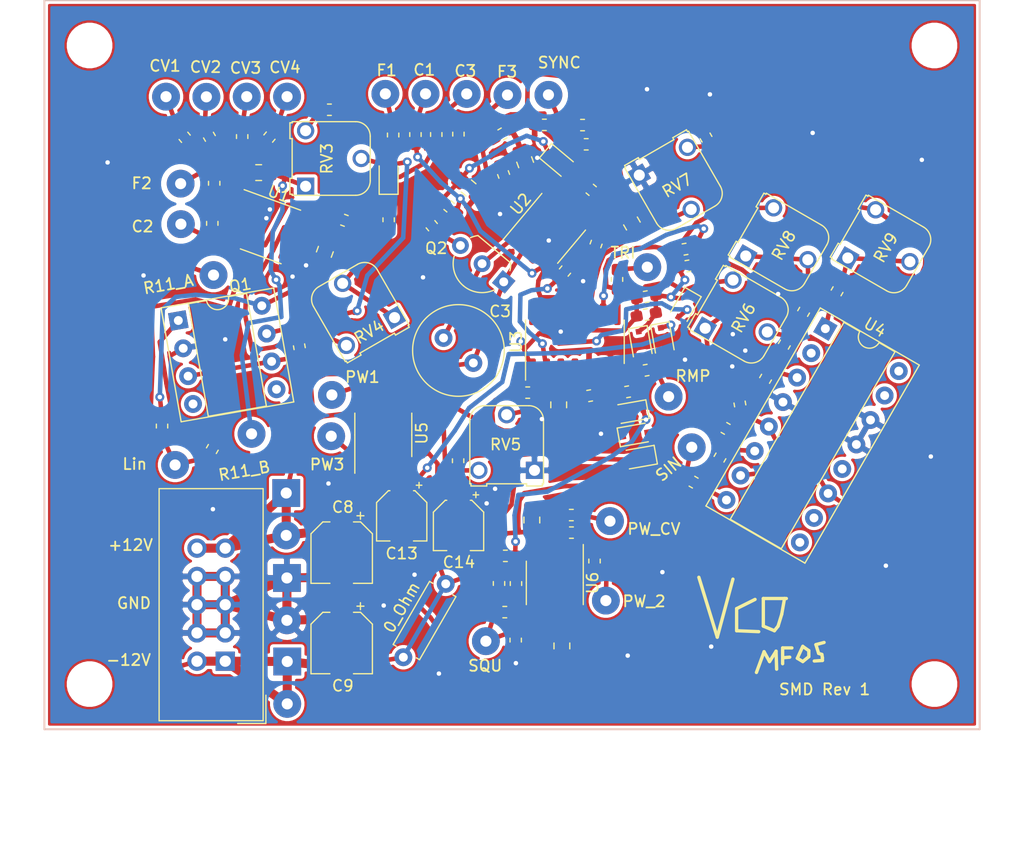
<source format=kicad_pcb>
(kicad_pcb (version 20171130) (host pcbnew "(5.1.2-1)-1")
  (title_block (title "VCO 1V/OCT") (comment 1 "Designed by: Ray Wilson") (comment 2 "Layout by: Mason Mann"))
  (layers (0 F.Cu signal) (31 B.Cu signal) (34 B.Paste user hide) (35 F.Paste user hide) (36 B.SilkS user hide) (37 F.SilkS user) (38 B.Mask user hide) (39 F.Mask user hide) (44 Edge.Cuts user))
  (net 0 "")
  (net 1 "Net-(C1-Pad2)")
  (net 2 "Net-(C1-Pad1)")
  (net 3 "Net-(C2-Pad1)")
  (net 4 "Net-(C2-Pad2)")
  (net 5 RAW)
  (net 6 "Net-(C4-Pad1)")
  (net 7 "Net-(C4-Pad2)")
  (net 8 "Net-(C5-Pad1)")
  (net 9 Earth)
  (net 10 "Net-(C6-Pad1)")
  (net 11 "Net-(C6-Pad2)")
  (net 12 +12V)
  (net 13 -12V)
  (net 14 "Net-(C10-Pad1)")
  (net 15 "Net-(C11-Pad1)")
  (net 16 "Net-(C12-Pad1)")
  (net 17 "Net-(C13-Pad1)")
  (net 18 "Net-(C14-Pad2)")
  (net 19 "Net-(C15-Pad2)")
  (net 20 "Net-(C15-Pad1)")
  (net 21 "Net-(D1-Pad1)")
  (net 22 "Net-(D1-Pad2)")
  (net 23 "Net-(D3-Pad2)")
  (net 24 "Net-(D4-Pad2)")
  (net 25 "Net-(D5-Pad2)")
  (net 26 "Net-(D7-Pad2)")
  (net 27 "Net-(Q1-Pad3)")
  (net 28 "Net-(R12-Pad1)")
  (net 29 "Net-(R15-Pad1)")
  (net 30 "Net-(R22-Pad1)")
  (net 31 "Net-(R26-Pad1)")
  (net 32 "Net-(R27-Pad1)")
  (net 33 "Net-(R29-Pad2)")
  (net 34 "Net-(R31-Pad2)")
  (net 35 "Net-(R31-Pad1)")
  (net 36 "Net-(R34-Pad1)")
  (net 37 "Net-(R35-Pad2)")
  (net 38 "Net-(R36-Pad1)")
  (net 39 "Net-(R38-Pad1)")
  (net 40 "Net-(R38-Pad2)")
  (net 41 "Net-(R39-Pad2)")
  (net 42 "Net-(R40-Pad2)")
  (net 43 "Net-(R43-Pad2)")
  (net 44 "Net-(R47-Pad1)")
  (net 45 "Net-(U3-Pad13)")
  (net 46 "Net-(U4-Pad9)")
  (net 47 "Net-(U4-Pad2)")
  (net 48 "Net-(U4-Pad10)")
  (net 49 "Net-(U4-Pad12)")
  (net 50 "Net-(U4-Pad15)")
  (net 51 "Net-(U4-Pad16)")
  (net 52 "Net-(U6-Pad1)")
  (net 53 "Net-(U6-Pad5)")
  (net 54 "Net-(U6-Pad8)")
  (net 55 "Net-(J1-Pad1)")
  (net 56 "Net-(J2-Pad1)")
  (net 57 "Net-(J3-Pad1)")
  (net 58 "Net-(J4-Pad1)")
  (net 59 "Net-(J7-Pad1)")
  (net 60 "Net-(J8-Pad1)")
  (net 61 "Net-(J9-Pad1)")
  (net 62 "Net-(J11-Pad1)")
  (net 63 "Net-(J5-Pad1)")
  (net 64 "Net-(J10-Pad1)")
  (net 65 "Net-(J12-Pad1)")
  (net 66 "Net-(J13-Pad1)")
  (net 67 "Net-(J14-Pad1)")
  (net 68 "Net-(J15-Pad1)")
  (net 69 "Net-(J16-Pad1)")
  (net 70 "Net-(J17-Pad1)")
  (net 71 "Net-(J18-Pad1)")
  (net 72 "Net-(J19-Pad1)")
  (net 73 "Net-(J20-Pad1)")
  (net 74 "Net-(Q2-Pad3)")
  (net 75 "Net-(C3-Pad2)")
  (module MountingHole:MountingHole_3.5mm (layer F.Cu) (at 91.948 73.406)
    (fp_text reference REF** hide)
    (fp_text value MountingHole_3.5mm)
    (pad 1 np_thru_hole circle (at 0 0) (size 3.5 3.5) (drill 3.5) (layers *.Cu *.Mask))
  )
  (module MountingHole:MountingHole_3.5mm (layer F.Cu) (at 16.002 73.406)
    (fp_text reference REF** hide)
    (fp_text value MountingHole_3.5mm)
    (pad 1 np_thru_hole circle (at 0 0) (size 3.5 3.5) (drill 3.5) (layers *.Cu *.Mask))
  )
  (module MountingHole:MountingHole_3.5mm (layer F.Cu) (at 91.948 16.002)
    (fp_text reference REF** hide)
    (fp_text value MountingHole_3.5mm)
    (pad 1 np_thru_hole circle (at 0 0) (size 3.5 3.5) (drill 3.5) (layers *.Cu *.Mask))
  )
  (module MountingHole:MountingHole_3.5mm (layer F.Cu) (at 16.002 16.002)
    (fp_text reference REF** hide)
    (fp_text value MountingHole_3.5mm)
    (pad 1 np_thru_hole circle (at 0 0) (size 3.5 3.5) (drill 3.5) (layers *.Cu *.Mask))
  )
  (module Resistor_THT:R_Axial_DIN0207_L6.3mm_D2.5mm_P7.62mm_Horizontal (layer F.Cu) (at 44.20616 70.99554 60)
    (fp_text reference 0_Ohm (at 3.81 -2.37 60) (layer F.SilkS))
    (fp_text value R_Axial_DIN0207_L6.3mm_D2.5mm_P7.62mm_Horizontal)
    (pad 2 thru_hole oval (at 7.62 0 60) (size 1.6 1.6) (drill 0.8) (layers *.Cu *.Mask) (net 13 -12V))
    (pad 1 thru_hole circle (at 0 0 60) (size 1.6 1.6) (drill 0.8) (layers *.Cu *.Mask) (net 13 -12V))
  )
  (module Connector_IDC:IDC-Header_2x05_P2.54mm_Vertical (layer F.Cu) (at 28.19654 71.3486 180)
    (fp_text reference J26 hide)
    (fp_text value Conn_01x10_Female)
    (pad 10 thru_hole oval (at 2.54 10.16 180) (size 1.7272 1.7272) (drill 1.016) (layers *.Cu *.Mask) (net 12 +12V))
    (pad 9 thru_hole oval (at 0 10.16 180) (size 1.7272 1.7272) (drill 1.016) (layers *.Cu *.Mask) (net 12 +12V))
    (pad 8 thru_hole oval (at 2.54 7.62 180) (size 1.7272 1.7272) (drill 1.016) (layers *.Cu *.Mask) (net 9 Earth))
    (pad 7 thru_hole oval (at 0 7.62 180) (size 1.7272 1.7272) (drill 1.016) (layers *.Cu *.Mask) (net 9 Earth))
    (pad 6 thru_hole oval (at 2.54 5.08 180) (size 1.7272 1.7272) (drill 1.016) (layers *.Cu *.Mask) (net 9 Earth))
    (pad 5 thru_hole oval (at 0 5.08 180) (size 1.7272 1.7272) (drill 1.016) (layers *.Cu *.Mask) (net 9 Earth))
    (pad 4 thru_hole oval (at 2.54 2.54 180) (size 1.7272 1.7272) (drill 1.016) (layers *.Cu *.Mask) (net 9 Earth))
    (pad 3 thru_hole oval (at 0 2.54 180) (size 1.7272 1.7272) (drill 1.016) (layers *.Cu *.Mask) (net 9 Earth))
    (pad 2 thru_hole oval (at 2.54 0 180) (size 1.7272 1.7272) (drill 1.016) (layers *.Cu *.Mask) (net 13 -12V))
    (pad 1 thru_hole rect (at 0 0 180) (size 1.7272 1.7272) (drill 1.016) (layers *.Cu *.Mask) (net 13 -12V))
  )
  (module Resistor_SMD:R_0603_1608Metric_Pad1.05x0.95mm_HandSolder (layer F.Cu) (at 61.5315 33.85058 250)
    (fp_text reference R21 hide)
    (fp_text value 10K)
    (pad 2 smd roundrect (at 0.875 0 250) (size 1.05 0.95) (layers F.Cu F.Paste F.Mask) (net 5 RAW))
    (pad 1 smd roundrect (at -0.875 0 250) (size 1.05 0.95) (layers F.Cu F.Paste F.Mask) (net 10 "Net-(C6-Pad1)"))
  )
  (module Resistor_SMD:R_0603_1608Metric_Pad1.05x0.95mm_HandSolder (layer F.Cu) (at 34.858789 43.083625 280)
    (fp_text reference R16 hide)
    (fp_text value 10K)
    (pad 2 smd roundrect (at 0.875 0 280) (size 1.05 0.95) (layers F.Cu F.Paste F.Mask) (net 27 "Net-(Q1-Pad3)"))
    (pad 1 smd roundrect (at -0.875 0 280) (size 1.05 0.95) (layers F.Cu F.Paste F.Mask) (net 4 "Net-(C2-Pad2)"))
  )
  (module Package_DIP:DIP-8_W7.62mm_Socket (layer F.Cu) (at 23.978029 40.724013 10)
    (fp_text reference Q1 (at 6.02683 -2.148587 10) (layer F.SilkS))
    (fp_text value SSM2210)
    (pad 8 thru_hole oval (at 7.62 0 10) (size 1.6 1.6) (drill 0.8) (layers *.Cu *.Mask) (net 3 "Net-(C2-Pad1)"))
    (pad 4 thru_hole oval (at 0 7.62 10) (size 1.6 1.6) (drill 0.8) (layers *.Cu *.Mask))
    (pad 7 thru_hole oval (at 7.62 2.54 10) (size 1.6 1.6) (drill 0.8) (layers *.Cu *.Mask) (net 22 "Net-(D1-Pad2)"))
    (pad 3 thru_hole oval (at 0 5.08 10) (size 1.6 1.6) (drill 0.8) (layers *.Cu *.Mask) (net 27 "Net-(Q1-Pad3)"))
    (pad 6 thru_hole oval (at 7.62 5.08 10) (size 1.6 1.6) (drill 0.8) (layers *.Cu *.Mask) (net 27 "Net-(Q1-Pad3)"))
    (pad 2 thru_hole oval (at 0 2.54 10) (size 1.6 1.6) (drill 0.8) (layers *.Cu *.Mask) (net 9 Earth))
    (pad 5 thru_hole oval (at 7.62 7.62 10) (size 1.6 1.6) (drill 0.8) (layers *.Cu *.Mask))
    (pad 1 thru_hole rect (at 0 0 10) (size 1.6 1.6) (drill 0.8) (layers *.Cu *.Mask) (net 75 "Net-(C3-Pad2)"))
  )
  (module Connector_Wire:SolderWirePad_1x01_Drill1mm (layer F.Cu) (at 30.56128 50.9143 10)
    (fp_text reference J25 hide)
    (fp_text value R11_out)
    (pad 1 thru_hole circle (at 0 0 10) (size 2.49936 2.49936) (drill 1.00076) (layers *.Cu *.Mask) (net 2 "Net-(C1-Pad1)"))
  )
  (module Connector_Wire:SolderWirePad_1x01_Drill1mm (layer F.Cu) (at 27.143287 36.639603 10)
    (fp_text reference J24 hide)
    (fp_text value R11_inv)
    (pad 1 thru_hole circle (at 0 0 10) (size 2.49936 2.49936) (drill 1.00076) (layers *.Cu *.Mask) (net 1 "Net-(C1-Pad2)"))
  )
  (module Potentiometer_THT:Potentiometer_Runtron_RM-065_Vertical (layer F.Cu) (at 43.413636 40.46232 210)
    (fp_text reference RV4 (at 2.620737 0.017423 30) (layer F.SilkS))
    (fp_text value 100K)
    (pad 2 thru_hole circle (at 2.5 5 210) (size 1.55 1.55) (drill 1) (layers *.Cu *.Mask) (net 29 "Net-(R15-Pad1)"))
    (pad 1 thru_hole rect (at 0 0 210) (size 1.55 1.55) (drill 1) (layers *.Cu *.Mask) (net 29 "Net-(R15-Pad1)"))
    (pad 3 thru_hole circle (at 5 0 210) (size 1.55 1.55) (drill 1) (layers *.Cu *.Mask) (net 4 "Net-(C2-Pad2)"))
  )
  (module Capacitor_SMD:C_0805_2012Metric_Pad1.15x1.40mm_HandSolder (layer F.Cu) (at 37.15004 34.55162 70)
    (fp_text reference C2 hide)
    (fp_text value 100pF)
    (pad 2 smd roundrect (at 1.025 0 70) (size 1.15 1.4) (layers F.Cu F.Paste F.Mask) (roundrect_rratio 0.217391) (net 4 "Net-(C2-Pad2)"))
    (pad 1 smd roundrect (at -1.025 0 70) (size 1.15 1.4) (layers F.Cu F.Paste F.Mask) (roundrect_rratio 0.217391) (net 3 "Net-(C2-Pad1)"))
  )
  (module Package_SO:SOIC-8_3.9x4.9mm_P1.27mm (layer F.Cu) (at 57.820751 64.311674 270)
    (fp_text reference U6 (at 0 -3.4 90) (layer F.SilkS))
    (fp_text value TL071)
    (pad 8 smd roundrect (at 2.475 -1.905 270) (size 1.95 0.6) (layers F.Cu F.Paste F.Mask) (net 54 "Net-(U6-Pad8)"))
    (pad 7 smd roundrect (at 2.475 -0.635 270) (size 1.95 0.6) (layers F.Cu F.Paste F.Mask) (net 12 +12V))
    (pad 6 smd roundrect (at 2.475 0.635 270) (size 1.95 0.6) (layers F.Cu F.Paste F.Mask) (net 19 "Net-(C15-Pad2)"))
    (pad 5 smd roundrect (at 2.475 1.905 270) (size 1.95 0.6) (layers F.Cu F.Paste F.Mask) (net 53 "Net-(U6-Pad5)"))
    (pad 4 smd roundrect (at -2.475 1.905 270) (size 1.95 0.6) (layers F.Cu F.Paste F.Mask) (net 13 -12V))
    (pad 3 smd roundrect (at -2.475 0.635 270) (size 1.95 0.6) (layers F.Cu F.Paste F.Mask) (net 20 "Net-(C15-Pad1)"))
    (pad 2 smd roundrect (at -2.475 -0.635 270) (size 1.95 0.6) (layers F.Cu F.Paste F.Mask) (net 44 "Net-(R47-Pad1)"))
    (pad 1 smd roundrect (at -2.475 -1.905 270) (size 1.95 0.6) (layers F.Cu F.Paste F.Mask) (net 52 "Net-(U6-Pad1)"))
  )
  (module Package_SO:SOIC-8_3.9x4.9mm_P1.27mm (layer F.Cu) (at 42.4053 51.0032 90)
    (fp_text reference U5 (at 0.14478 3.4544 90) (layer F.SilkS))
    (fp_text value TL072)
    (pad 8 smd roundrect (at 2.475 -1.905 90) (size 1.95 0.6) (layers F.Cu F.Paste F.Mask) (net 12 +12V))
    (pad 7 smd roundrect (at 2.475 -0.635 90) (size 1.95 0.6) (layers F.Cu F.Paste F.Mask) (net 72 "Net-(J19-Pad1)"))
    (pad 6 smd roundrect (at 2.475 0.635 90) (size 1.95 0.6) (layers F.Cu F.Paste F.Mask) (net 72 "Net-(J19-Pad1)"))
    (pad 5 smd roundrect (at 2.475 1.905 90) (size 1.95 0.6) (layers F.Cu F.Paste F.Mask) (net 18 "Net-(C14-Pad2)"))
    (pad 4 smd roundrect (at -2.475 1.905 90) (size 1.95 0.6) (layers F.Cu F.Paste F.Mask) (net 13 -12V))
    (pad 3 smd roundrect (at -2.475 0.635 90) (size 1.95 0.6) (layers F.Cu F.Paste F.Mask) (net 17 "Net-(C13-Pad1)"))
    (pad 2 smd roundrect (at -2.475 -0.635 90) (size 1.95 0.6) (layers F.Cu F.Paste F.Mask) (net 71 "Net-(J18-Pad1)"))
    (pad 1 smd roundrect (at -2.475 -1.905 90) (size 1.95 0.6) (layers F.Cu F.Paste F.Mask) (net 71 "Net-(J18-Pad1)"))
  )
  (module Package_SO:SOIC-8_3.9x4.9mm_P1.27mm (layer F.Cu) (at 57.366749 32.440777 50)
    (fp_text reference U2 (at 0 -3.4 50) (layer F.SilkS))
    (fp_text value TL072)
    (pad 8 smd roundrect (at 2.475 -1.905 50) (size 1.95 0.6) (layers F.Cu F.Paste F.Mask) (net 12 +12V))
    (pad 7 smd roundrect (at 2.475 -0.635 50) (size 1.95 0.6) (layers F.Cu F.Paste F.Mask) (net 11 "Net-(C6-Pad2)"))
    (pad 6 smd roundrect (at 2.475 0.635 50) (size 1.95 0.6) (layers F.Cu F.Paste F.Mask) (net 30 "Net-(R22-Pad1)"))
    (pad 5 smd roundrect (at 2.475 1.905 50) (size 1.95 0.6) (layers F.Cu F.Paste F.Mask) (net 10 "Net-(C6-Pad1)"))
    (pad 4 smd roundrect (at -2.475 1.905 50) (size 1.95 0.6) (layers F.Cu F.Paste F.Mask) (net 13 -12V))
    (pad 3 smd roundrect (at -2.475 0.635 50) (size 1.95 0.6) (layers F.Cu F.Paste F.Mask) (net 9 Earth))
    (pad 2 smd roundrect (at -2.475 -0.635 50) (size 1.95 0.6) (layers F.Cu F.Paste F.Mask) (net 75 "Net-(C3-Pad2)"))
    (pad 1 smd roundrect (at -2.475 -1.905 50) (size 1.95 0.6) (layers F.Cu F.Paste F.Mask) (net 5 RAW))
  )
  (module Package_SO:SOIC-8_3.9x4.9mm_P1.27mm (layer F.Cu) (at 32.26308 32.54756 340)
    (fp_text reference U1 (at -0.380074 -3.264756 160) (layer F.SilkS))
    (fp_text value OP275)
    (pad 8 smd roundrect (at 2.475 -1.905 340) (size 1.95 0.6) (layers F.Cu F.Paste F.Mask) (net 12 +12V))
    (pad 7 smd roundrect (at 2.475 -0.635 340) (size 1.95 0.6) (layers F.Cu F.Paste F.Mask) (net 4 "Net-(C2-Pad2)"))
    (pad 6 smd roundrect (at 2.475 0.635 340) (size 1.95 0.6) (layers F.Cu F.Paste F.Mask) (net 3 "Net-(C2-Pad1)"))
    (pad 5 smd roundrect (at 2.475 1.905 340) (size 1.95 0.6) (layers F.Cu F.Paste F.Mask) (net 9 Earth))
    (pad 4 smd roundrect (at -2.475 1.905 340) (size 1.95 0.6) (layers F.Cu F.Paste F.Mask) (net 13 -12V))
    (pad 3 smd roundrect (at -2.475 0.635 340) (size 1.95 0.6) (layers F.Cu F.Paste F.Mask) (net 9 Earth))
    (pad 2 smd roundrect (at -2.475 -0.635 340) (size 1.95 0.6) (layers F.Cu F.Paste F.Mask) (net 1 "Net-(C1-Pad2)"))
    (pad 1 smd roundrect (at -2.475 -1.905 340) (size 1.95 0.6) (layers F.Cu F.Paste F.Mask) (net 2 "Net-(C1-Pad1)"))
  )
  (module Capacitor_SMD:C_0805_2012Metric_Pad1.15x1.40mm_HandSolder (layer F.Cu) (at 58.458295 69.975874 270)
    (fp_text reference C17 hide)
    (fp_text value 0.1uF)
    (pad 2 smd roundrect (at 1.025 0 270) (size 1.15 1.4) (layers F.Cu F.Paste F.Mask) (roundrect_rratio 0.217391) (net 9 Earth))
    (pad 1 smd roundrect (at -1.025 0 270) (size 1.15 1.4) (layers F.Cu F.Paste F.Mask) (roundrect_rratio 0.217391) (net 12 +12V))
  )
  (module Capacitor_SMD:C_0805_2012Metric_Pad1.15x1.40mm_HandSolder (layer F.Cu) (at 55.758277 58.660173 90)
    (fp_text reference C16 hide)
    (fp_text value 0.1uF)
    (pad 2 smd roundrect (at 1.025 0 90) (size 1.15 1.4) (layers F.Cu F.Paste F.Mask) (roundrect_rratio 0.217391) (net 9 Earth))
    (pad 1 smd roundrect (at -1.025 0 90) (size 1.15 1.4) (layers F.Cu F.Paste F.Mask) (roundrect_rratio 0.217391) (net 13 -12V))
  )
  (module Capacitor_SMD:C_0603_1608Metric_Pad1.05x0.95mm_HandSolder (layer F.Cu) (at 54.330793 64.370095 270)
    (fp_text reference C15 hide)
    (fp_text value 10pF)
    (pad 2 smd roundrect (at 0.875 0 270) (size 1.05 0.95) (layers F.Cu F.Paste F.Mask) (net 19 "Net-(C15-Pad2)"))
    (pad 1 smd roundrect (at -0.875 0 270) (size 1.05 0.95) (layers F.Cu F.Paste F.Mask) (net 20 "Net-(C15-Pad1)"))
  )
  (module Capacitor_SMD:C_0603_1608Metric_Pad1.05x0.95mm_HandSolder (layer F.Cu) (at 66.040603 38.586401 190)
    (fp_text reference C12 hide)
    (fp_text value 0.002uF)
    (pad 2 smd roundrect (at 0.875 0 190) (size 1.05 0.95) (layers F.Cu F.Paste F.Mask) (net 13 -12V))
    (pad 1 smd roundrect (at -0.875 0 190) (size 1.05 0.95) (layers F.Cu F.Paste F.Mask) (net 16 "Net-(C12-Pad1)"))
  )
  (module Capacitor_SMD:C_0805_2012Metric_Pad1.15x1.40mm_HandSolder (layer F.Cu) (at 64.754591 32.003347 120)
    (fp_text reference C11 hide)
    (fp_text value 0.1uF)
    (pad 2 smd roundrect (at 1.025 0 120) (size 1.15 1.4) (layers F.Cu F.Paste F.Mask) (roundrect_rratio 0.217391) (net 9 Earth))
    (pad 1 smd roundrect (at -1.025 0 120) (size 1.15 1.4) (layers F.Cu F.Paste F.Mask) (roundrect_rratio 0.217391) (net 15 "Net-(C11-Pad1)"))
  )
  (module Capacitor_SMD:C_0805_2012Metric_Pad1.15x1.40mm_HandSolder (layer F.Cu) (at 58.171812 48.302577 270)
    (fp_text reference C10 hide)
    (fp_text value 0.1uF)
    (pad 2 smd roundrect (at 1.025 0 270) (size 1.15 1.4) (layers F.Cu F.Paste F.Mask) (roundrect_rratio 0.217391) (net 9 Earth))
    (pad 1 smd roundrect (at -1.025 0 270) (size 1.15 1.4) (layers F.Cu F.Paste F.Mask) (roundrect_rratio 0.217391) (net 14 "Net-(C10-Pad1)"))
  )
  (module Capacitor_SMD:C_0805_2012Metric_Pad1.15x1.40mm_HandSolder (layer F.Cu) (at 55.155789 26.496092 110)
    (fp_text reference C7 hide)
    (fp_text value 0.1uF)
    (pad 2 smd roundrect (at 1.025 0 110) (size 1.15 1.4) (layers F.Cu F.Paste F.Mask) (roundrect_rratio 0.217391) (net 9 Earth))
    (pad 1 smd roundrect (at -1.025 0 110) (size 1.15 1.4) (layers F.Cu F.Paste F.Mask) (roundrect_rratio 0.217391) (net 12 +12V))
  )
  (module Capacitor_SMD:C_0805_2012Metric_Pad1.15x1.40mm_HandSolder (layer F.Cu) (at 50.075069 28.805816 320)
    (fp_text reference C5 hide)
    (fp_text value 100pF)
    (pad 2 smd roundrect (at 1.025 0 320) (size 1.15 1.4) (layers F.Cu F.Paste F.Mask) (roundrect_rratio 0.217391) (net 9 Earth))
    (pad 1 smd roundrect (at -1.025 0 320) (size 1.15 1.4) (layers F.Cu F.Paste F.Mask) (roundrect_rratio 0.217391) (net 8 "Net-(C5-Pad1)"))
  )
  (module Capacitor_SMD:C_0603_1608Metric_Pad1.05x0.95mm_HandSolder (layer F.Cu) (at 60.31484 23.15718)
    (fp_text reference C4 hide)
    (fp_text value 0.001uF)
    (pad 2 smd roundrect (at 0.875 0) (size 1.05 0.95) (layers F.Cu F.Paste F.Mask) (net 7 "Net-(C4-Pad2)"))
    (pad 1 smd roundrect (at -0.875 0) (size 1.05 0.95) (layers F.Cu F.Paste F.Mask) (net 6 "Net-(C4-Pad1)"))
  )
  (module Capacitor_SMD:C_0805_2012Metric_Pad1.15x1.40mm_HandSolder (layer F.Cu) (at 31.20136 27.42946 180)
    (fp_text reference C1 hide)
    (fp_text value 100pF)
    (pad 2 smd roundrect (at 1.025 0 180) (size 1.15 1.4) (layers F.Cu F.Paste F.Mask) (roundrect_rratio 0.217391) (net 1 "Net-(C1-Pad2)"))
    (pad 1 smd roundrect (at -1.025 0 180) (size 1.15 1.4) (layers F.Cu F.Paste F.Mask) (roundrect_rratio 0.217391) (net 2 "Net-(C1-Pad1)"))
  )
  (module Resistor_SMD:R_0603_1608Metric_Pad1.05x0.95mm_HandSolder (layer F.Cu) (at 54.305398 69.452631 270)
    (fp_text reference R51 hide)
    (fp_text value 3K)
    (pad 2 smd roundrect (at 0.875 0 270) (size 1.05 0.95) (layers F.Cu F.Paste F.Mask) (net 9 Earth))
    (pad 1 smd roundrect (at -0.875 0 270) (size 1.05 0.95) (layers F.Cu F.Paste F.Mask) (net 62 "Net-(J11-Pad1)"))
  )
  (module Resistor_SMD:R_0603_1608Metric_Pad1.05x0.95mm_HandSolder (layer F.Cu) (at 53.324955 66.93803 180)
    (fp_text reference R50 hide)
    (fp_text value 4.7K)
    (pad 2 smd roundrect (at 0.875 0 180) (size 1.05 0.95) (layers F.Cu F.Paste F.Mask) (net 62 "Net-(J11-Pad1)"))
    (pad 1 smd roundrect (at -0.875 0 180) (size 1.05 0.95) (layers F.Cu F.Paste F.Mask) (net 19 "Net-(C15-Pad2)"))
  )
  (module Resistor_SMD:R_0603_1608Metric_Pad1.05x0.95mm_HandSolder (layer F.Cu) (at 61.391993 62.345711 270)
    (fp_text reference R49 hide)
    (fp_text value 10K)
    (pad 2 smd roundrect (at 0.875 0 270) (size 1.05 0.95) (layers F.Cu F.Paste F.Mask) (net 44 "Net-(R47-Pad1)"))
    (pad 1 smd roundrect (at -0.875 0 270) (size 1.05 0.95) (layers F.Cu F.Paste F.Mask) (net 73 "Net-(J20-Pad1)"))
  )
  (module Resistor_SMD:R_0603_1608Metric_Pad1.05x0.95mm_HandSolder (layer F.Cu) (at 52.806795 64.362473 90)
    (fp_text reference R48 hide)
    (fp_text value 10M)
    (pad 2 smd roundrect (at 0.875 0 90) (size 1.05 0.95) (layers F.Cu F.Paste F.Mask) (net 20 "Net-(C15-Pad1)"))
    (pad 1 smd roundrect (at -0.875 0 90) (size 1.05 0.95) (layers F.Cu F.Paste F.Mask) (net 19 "Net-(C15-Pad2)"))
  )
  (module Resistor_SMD:R_0603_1608Metric_Pad1.05x0.95mm_HandSolder (layer F.Cu) (at 59.316818 59.790474)
    (fp_text reference R47 hide)
    (fp_text value 10K)
    (pad 2 smd roundrect (at 0.875 0) (size 1.05 0.95) (layers F.Cu F.Paste F.Mask) (net 64 "Net-(J10-Pad1)"))
    (pad 1 smd roundrect (at -0.875 0) (size 1.05 0.95) (layers F.Cu F.Paste F.Mask) (net 44 "Net-(R47-Pad1)"))
  )
  (module Resistor_SMD:R_0603_1608Metric_Pad1.05x0.95mm_HandSolder (layer F.Cu) (at 59.306656 58.213133 180)
    (fp_text reference R46 hide)
    (fp_text value 100K)
    (pad 2 smd roundrect (at 0.875 0 180) (size 1.05 0.95) (layers F.Cu F.Paste F.Mask) (net 9 Earth))
    (pad 1 smd roundrect (at -0.875 0 180) (size 1.05 0.95) (layers F.Cu F.Paste F.Mask) (net 64 "Net-(J10-Pad1)"))
  )
  (module Resistor_SMD:R_0603_1608Metric_Pad1.05x0.95mm_HandSolder (layer F.Cu) (at 53.378296 61.880896)
    (fp_text reference R45 hide)
    (fp_text value 100K)
    (pad 2 smd roundrect (at 0.875 0) (size 1.05 0.95) (layers F.Cu F.Paste F.Mask) (net 24 "Net-(D4-Pad2)"))
    (pad 1 smd roundrect (at -0.875 0) (size 1.05 0.95) (layers F.Cu F.Paste F.Mask) (net 20 "Net-(C15-Pad1)"))
  )
  (module Resistor_SMD:R_0603_1608Metric_Pad1.05x0.95mm_HandSolder (layer F.Cu) (at 72.668234 53.045129 240)
    (fp_text reference R44 hide)
    (fp_text value 4.7K)
    (pad 2 smd roundrect (at 0.875 0 240) (size 1.05 0.95) (layers F.Cu F.Paste F.Mask) (net 43 "Net-(R43-Pad2)"))
    (pad 1 smd roundrect (at -0.875 0 240) (size 1.05 0.95) (layers F.Cu F.Paste F.Mask) (net 13 -12V))
  )
  (module Resistor_SMD:R_0603_1608Metric_Pad1.05x0.95mm_HandSolder (layer F.Cu) (at 70.298341 55.25506 330)
    (fp_text reference R43 hide)
    (fp_text value 1K)
    (pad 2 smd roundrect (at 0.875 0 330) (size 1.05 0.95) (layers F.Cu F.Paste F.Mask) (net 43 "Net-(R43-Pad2)"))
    (pad 1 smd roundrect (at -0.875 0 330) (size 1.05 0.95) (layers F.Cu F.Paste F.Mask) (net 61 "Net-(J9-Pad1)"))
  )
  (module Resistor_SMD:R_0603_1608Metric_Pad1.05x0.95mm_HandSolder (layer F.Cu) (at 74.459653 48.225259 280)
    (fp_text reference R42 hide)
    (fp_text value 130K)
    (pad 2 smd roundrect (at 0.875 0 280) (size 1.05 0.95) (layers F.Cu F.Paste F.Mask) (net 42 "Net-(R40-Pad2)"))
    (pad 1 smd roundrect (at -0.875 0 280) (size 1.05 0.95) (layers F.Cu F.Paste F.Mask) (net 9 Earth))
  )
  (module Resistor_SMD:R_0603_1608Metric_Pad1.05x0.95mm_HandSolder (layer F.Cu) (at 63.412787 37.031359 270)
    (fp_text reference R41 hide)
    (fp_text value 1K)
    (pad 2 smd roundrect (at 0.875 0 270) (size 1.05 0.95) (layers F.Cu F.Paste F.Mask) (net 41 "Net-(R39-Pad2)"))
    (pad 1 smd roundrect (at -0.875 0 270) (size 1.05 0.95) (layers F.Cu F.Paste F.Mask) (net 60 "Net-(J8-Pad1)"))
  )
  (module Resistor_SMD:R_0603_1608Metric_Pad1.05x0.95mm_HandSolder (layer F.Cu) (at 73.173913 50.421744 330)
    (fp_text reference R40 hide)
    (fp_text value 1M)
    (pad 2 smd roundrect (at 0.875 0 330) (size 1.05 0.95) (layers F.Cu F.Paste F.Mask) (net 42 "Net-(R40-Pad2)"))
    (pad 1 smd roundrect (at -0.875 0 330) (size 1.05 0.95) (layers F.Cu F.Paste F.Mask) (net 12 +12V))
  )
  (module Resistor_SMD:R_0603_1608Metric_Pad1.05x0.95mm_HandSolder (layer F.Cu) (at 69.528194 34.311749 190)
    (fp_text reference R39 hide)
    (fp_text value 20K)
    (pad 2 smd roundrect (at 0.875 0 190) (size 1.05 0.95) (layers F.Cu F.Paste F.Mask) (net 41 "Net-(R39-Pad2)"))
    (pad 1 smd roundrect (at -0.875 0 190) (size 1.05 0.95) (layers F.Cu F.Paste F.Mask) (net 38 "Net-(R36-Pad1)"))
  )
  (module Resistor_SMD:R_0603_1608Metric_Pad1.05x0.95mm_HandSolder (layer F.Cu) (at 83.193872 38.095871 240)
    (fp_text reference R38 hide)
    (fp_text value 100K)
    (pad 2 smd roundrect (at 0.875 0 240) (size 1.05 0.95) (layers F.Cu F.Paste F.Mask) (net 40 "Net-(R38-Pad2)"))
    (pad 1 smd roundrect (at -0.875 0 240) (size 1.05 0.95) (layers F.Cu F.Paste F.Mask) (net 39 "Net-(R38-Pad1)"))
  )
  (module Resistor_SMD:R_0603_1608Metric_Pad1.05x0.95mm_HandSolder (layer F.Cu) (at 66.044109 40.194906 10)
    (fp_text reference R37 hide)
    (fp_text value 20k)
    (pad 2 smd roundrect (at 0.875 0 10) (size 1.05 0.95) (layers F.Cu F.Paste F.Mask) (net 16 "Net-(C12-Pad1)"))
    (pad 1 smd roundrect (at -0.875 0 10) (size 1.05 0.95) (layers F.Cu F.Paste F.Mask) (net 13 -12V))
  )
  (module Resistor_SMD:R_0603_1608Metric_Pad1.05x0.95mm_HandSolder (layer F.Cu) (at 69.786494 35.820097 190)
    (fp_text reference R36 hide)
    (fp_text value 10K)
    (pad 2 smd roundrect (at 0.875 0 190) (size 1.05 0.95) (layers F.Cu F.Paste F.Mask) (net 16 "Net-(C12-Pad1)"))
    (pad 1 smd roundrect (at -0.875 0 190) (size 1.05 0.95) (layers F.Cu F.Paste F.Mask) (net 38 "Net-(R36-Pad1)"))
  )
  (module Resistor_SMD:R_0603_1608Metric_Pad1.05x0.95mm_HandSolder (layer F.Cu) (at 71.415918 24.278112 300)
    (fp_text reference R35 hide)
    (fp_text value 10K)
    (pad 2 smd roundrect (at 0.875 0 300) (size 1.05 0.95) (layers F.Cu F.Paste F.Mask) (net 37 "Net-(R35-Pad2)"))
    (pad 1 smd roundrect (at -0.875 0 300) (size 1.05 0.95) (layers F.Cu F.Paste F.Mask) (net 12 +12V))
  )
  (module Resistor_SMD:R_0603_1608Metric_Pad1.05x0.95mm_HandSolder (layer F.Cu) (at 80.18666 39.946636 240)
    (fp_text reference R34 hide)
    (fp_text value 20K)
    (pad 2 smd roundrect (at 0.875 0 240) (size 1.05 0.95) (layers F.Cu F.Paste F.Mask) (net 34 "Net-(R31-Pad2)"))
    (pad 1 smd roundrect (at -0.875 0 240) (size 1.05 0.95) (layers F.Cu F.Paste F.Mask) (net 36 "Net-(R34-Pad1)"))
  )
  (module Resistor_SMD:R_0603_1608Metric_Pad1.05x0.95mm_HandSolder (layer F.Cu) (at 66.032133 45.195136 190)
    (fp_text reference R33 hide)
    (fp_text value 1K)
    (pad 2 smd roundrect (at 0.875 0 190) (size 1.05 0.95) (layers F.Cu F.Paste F.Mask) (net 24 "Net-(D4-Pad2)"))
    (pad 1 smd roundrect (at -0.875 0 190) (size 1.05 0.95) (layers F.Cu F.Paste F.Mask) (net 59 "Net-(J7-Pad1)"))
  )
  (module Resistor_SMD:R_0603_1608Metric_Pad1.05x0.95mm_HandSolder (layer F.Cu) (at 76.765501 45.963691 240)
    (fp_text reference R32 hide)
    (fp_text value 1K)
    (pad 2 smd roundrect (at 0.875 0 240) (size 1.05 0.95) (layers F.Cu F.Paste F.Mask) (net 9 Earth))
    (pad 1 smd roundrect (at -0.875 0 240) (size 1.05 0.95) (layers F.Cu F.Paste F.Mask) (net 34 "Net-(R31-Pad2)"))
  )
  (module Resistor_SMD:R_0603_1608Metric_Pad1.05x0.95mm_HandSolder (layer F.Cu) (at 78.455241 42.894741 240)
    (fp_text reference R31 hide)
    (fp_text value 470K)
    (pad 2 smd roundrect (at 0.875 0 240) (size 1.05 0.95) (layers F.Cu F.Paste F.Mask) (net 34 "Net-(R31-Pad2)"))
    (pad 1 smd roundrect (at -0.875 0 240) (size 1.05 0.95) (layers F.Cu F.Paste F.Mask) (net 35 "Net-(R31-Pad1)"))
  )
  (module Resistor_SMD:R_0603_1608Metric_Pad1.05x0.95mm_HandSolder (layer F.Cu) (at 64.366128 47.133546 190)
    (fp_text reference R30 hide)
    (fp_text value 10K)
    (pad 2 smd roundrect (at 0.875 0 190) (size 1.05 0.95) (layers F.Cu F.Paste F.Mask) (net 33 "Net-(R29-Pad2)"))
    (pad 1 smd roundrect (at -0.875 0 190) (size 1.05 0.95) (layers F.Cu F.Paste F.Mask) (net 24 "Net-(D4-Pad2)"))
  )
  (module Resistor_SMD:R_0603_1608Metric_Pad1.05x0.95mm_HandSolder (layer F.Cu) (at 60.953205 47.484001 10)
    (fp_text reference R29 hide)
    (fp_text value 10K)
    (pad 2 smd roundrect (at 0.875 0 10) (size 1.05 0.95) (layers F.Cu F.Paste F.Mask) (net 33 "Net-(R29-Pad2)"))
    (pad 1 smd roundrect (at -0.875 0 10) (size 1.05 0.95) (layers F.Cu F.Paste F.Mask) (net 23 "Net-(D3-Pad2)"))
  )
  (module Resistor_SMD:R_0603_1608Metric_Pad1.05x0.95mm_HandSolder (layer F.Cu) (at 55.385395 47.206993)
    (fp_text reference R28 hide)
    (fp_text value 47K)
    (pad 2 smd roundrect (at 0.875 0) (size 1.05 0.95) (layers F.Cu F.Paste F.Mask) (net 31 "Net-(R26-Pad1)"))
    (pad 1 smd roundrect (at -0.875 0) (size 1.05 0.95) (layers F.Cu F.Paste F.Mask) (net 23 "Net-(D3-Pad2)"))
  )
  (module Resistor_SMD:R_0603_1608Metric_Pad1.05x0.95mm_HandSolder (layer F.Cu) (at 49.130315 53.329545 90)
    (fp_text reference R27 hide)
    (fp_text value 100K)
    (pad 2 smd roundrect (at 0.875 0 90) (size 1.05 0.95) (layers F.Cu F.Paste F.Mask) (net 12 +12V))
    (pad 1 smd roundrect (at -0.875 0 90) (size 1.05 0.95) (layers F.Cu F.Paste F.Mask) (net 32 "Net-(R27-Pad1)"))
  )
  (module Resistor_SMD:R_0603_1608Metric_Pad1.05x0.95mm_HandSolder (layer F.Cu) (at 58.7375 36.27882 50)
    (fp_text reference R26 hide)
    (fp_text value 10K)
    (pad 2 smd roundrect (at 0.875 0 50) (size 1.05 0.95) (layers F.Cu F.Paste F.Mask) (net 5 RAW))
    (pad 1 smd roundrect (at -0.875 0 50) (size 1.05 0.95) (layers F.Cu F.Paste F.Mask) (net 31 "Net-(R26-Pad1)"))
  )
  (module Resistor_SMD:R_0603_1608Metric_Pad1.05x0.95mm_HandSolder (layer F.Cu) (at 61.093434 28.979472 320)
    (fp_text reference R25 hide)
    (fp_text value 1M)
    (pad 2 smd roundrect (at 0.875 0 320) (size 1.05 0.95) (layers F.Cu F.Paste F.Mask) (net 10 "Net-(C6-Pad1)"))
    (pad 1 smd roundrect (at -0.875 0 320) (size 1.05 0.95) (layers F.Cu F.Paste F.Mask) (net 11 "Net-(C6-Pad2)"))
  )
  (module Resistor_SMD:R_0603_1608Metric_Pad1.05x0.95mm_HandSolder (layer F.Cu) (at 53.111922 23.947733 210)
    (fp_text reference R24 hide)
    (fp_text value 2K)
    (pad 2 smd roundrect (at 0.875 0 210) (size 1.05 0.95) (layers F.Cu F.Paste F.Mask) (net 30 "Net-(R22-Pad1)"))
    (pad 1 smd roundrect (at -0.875 0 210) (size 1.05 0.95) (layers F.Cu F.Paste F.Mask) (net 9 Earth))
  )
  (module Resistor_SMD:R_0603_1608Metric_Pad1.05x0.95mm_HandSolder (layer F.Cu) (at 53.218028 27.59602 290)
    (fp_text reference R23 hide)
    (fp_text value 10K)
    (pad 2 smd roundrect (at 0.875 0 290) (size 1.05 0.95) (layers F.Cu F.Paste F.Mask) (net 30 "Net-(R22-Pad1)"))
    (pad 1 smd roundrect (at -0.875 0 290) (size 1.05 0.95) (layers F.Cu F.Paste F.Mask) (net 12 +12V))
  )
  (module Resistor_SMD:R_0603_1608Metric_Pad1.05x0.95mm_HandSolder (layer F.Cu) (at 60.64504 24.88438 180)
    (fp_text reference R22 hide)
    (fp_text value 1K)
    (pad 2 smd roundrect (at 0.875 0 180) (size 1.05 0.95) (layers F.Cu F.Paste F.Mask) (net 7 "Net-(C4-Pad2)"))
    (pad 1 smd roundrect (at -0.875 0 180) (size 1.05 0.95) (layers F.Cu F.Paste F.Mask) (net 30 "Net-(R22-Pad1)"))
  )
  (module Resistor_SMD:R_0603_1608Metric_Pad1.05x0.95mm_HandSolder (layer F.Cu) (at 56.8833 23.13686 180)
    (fp_text reference R20 hide)
    (fp_text value 100K)
    (pad 2 smd roundrect (at 0.875 0 180) (size 1.05 0.95) (layers F.Cu F.Paste F.Mask) (net 9 Earth))
    (pad 1 smd roundrect (at -0.875 0 180) (size 1.05 0.95) (layers F.Cu F.Paste F.Mask) (net 6 "Net-(C4-Pad1)"))
  )
  (module Resistor_SMD:R_0603_1608Metric_Pad1.05x0.95mm_HandSolder (layer F.Cu) (at 48.312629 30.463638 320)
    (fp_text reference R19 hide)
    (fp_text value 18k)
    (pad 2 smd roundrect (at 0.875 0 320) (size 1.05 0.95) (layers F.Cu F.Paste F.Mask) (net 13 -12V))
    (pad 1 smd roundrect (at -0.875 0 320) (size 1.05 0.95) (layers F.Cu F.Paste F.Mask) (net 8 "Net-(C5-Pad1)"))
  )
  (module Resistor_SMD:R_0603_1608Metric_Pad1.05x0.95mm_HandSolder (layer F.Cu) (at 46.759035 32.200546 310)
    (fp_text reference R18 hide)
    (fp_text value 100K)
    (pad 2 smd roundrect (at 0.875 0 310) (size 1.05 0.95) (layers F.Cu F.Paste F.Mask) (net 74 "Net-(Q2-Pad3)"))
    (pad 1 smd roundrect (at -0.875 0 310) (size 1.05 0.95) (layers F.Cu F.Paste F.Mask) (net 8 "Net-(C5-Pad1)"))
  )
  (module Resistor_SMD:R_0603_1608Metric_Pad1.05x0.95mm_HandSolder (layer F.Cu) (at 38.91026 31.71698 340)
    (fp_text reference R17 hide)
    (fp_text value 1M)
    (pad 2 smd roundrect (at 0.875 0 340) (size 1.05 0.95) (layers F.Cu F.Paste F.Mask) (net 3 "Net-(C2-Pad1)"))
    (pad 1 smd roundrect (at -0.875 0 340) (size 1.05 0.95) (layers F.Cu F.Paste F.Mask) (net 12 +12V))
  )
  (module Resistor_SMD:R_0603_1608Metric_Pad1.05x0.95mm_HandSolder (layer F.Cu) (at 42.88536 31.66872 90)
    (fp_text reference R15 hide)
    (fp_text value 4.7K)
    (pad 2 smd roundrect (at 0.875 0 90) (size 1.05 0.95) (layers F.Cu F.Paste F.Mask) (net 21 "Net-(D1-Pad1)"))
    (pad 1 smd roundrect (at -0.875 0 90) (size 1.05 0.95) (layers F.Cu F.Paste F.Mask) (net 29 "Net-(R15-Pad1)"))
  )
  (module Resistor_SMD:R_0603_1608Metric_Pad1.05x0.95mm_HandSolder (layer F.Cu) (at 22.51456 50.21326 270)
    (fp_text reference R14 hide)
    (fp_text value 1M)
    (pad 2 smd roundrect (at 0.875 0 270) (size 1.05 0.95) (layers F.Cu F.Paste F.Mask) (net 63 "Net-(J5-Pad1)"))
    (pad 1 smd roundrect (at -0.875 0 270) (size 1.05 0.95) (layers F.Cu F.Paste F.Mask) (net 3 "Net-(C2-Pad1)"))
  )
  (module Resistor_SMD:R_0603_1608Metric_Pad1.05x0.95mm_HandSolder (layer F.Cu) (at 27.03576 52.27574 240)
    (fp_text reference R13 hide)
    (fp_text value 100K)
    (pad 2 smd roundrect (at 0.875 0 240) (size 1.05 0.95) (layers F.Cu F.Paste F.Mask) (net 63 "Net-(J5-Pad1)"))
    (pad 1 smd roundrect (at -0.875 0 240) (size 1.05 0.95) (layers F.Cu F.Paste F.Mask) (net 9 Earth))
  )
  (module Resistor_SMD:R_0603_1608Metric_Pad1.05x0.95mm_HandSolder (layer F.Cu) (at 37.55898 21.77796)
    (fp_text reference R12 hide)
    (fp_text value 475)
    (pad 2 smd roundrect (at 0.875 0) (size 1.05 0.95) (layers F.Cu F.Paste F.Mask) (net 9 Earth))
    (pad 1 smd roundrect (at -0.875 0) (size 1.05 0.95) (layers F.Cu F.Paste F.Mask) (net 28 "Net-(R12-Pad1)"))
  )
  (module Resistor_SMD:R_0603_1608Metric_Pad1.05x0.95mm_HandSolder (layer F.Cu) (at 47.16526 24.003 90)
    (fp_text reference R10 hide)
    (fp_text value 47k)
    (pad 2 smd roundrect (at 0.875 0 90) (size 1.05 0.95) (layers F.Cu F.Paste F.Mask) (net 70 "Net-(J17-Pad1)"))
    (pad 1 smd roundrect (at -0.875 0 90) (size 1.05 0.95) (layers F.Cu F.Paste F.Mask) (net 12 +12V))
  )
  (module Resistor_SMD:R_0603_1608Metric_Pad1.05x0.95mm_HandSolder (layer F.Cu) (at 49.15662 23.96998 90)
    (fp_text reference R9 hide)
    (fp_text value 200k)
    (pad 2 smd roundrect (at 0.875 0 90) (size 1.05 0.95) (layers F.Cu F.Paste F.Mask) (net 69 "Net-(J16-Pad1)"))
    (pad 1 smd roundrect (at -0.875 0 90) (size 1.05 0.95) (layers F.Cu F.Paste F.Mask) (net 12 +12V))
  )
  (module Resistor_SMD:R_0603_1608Metric_Pad1.05x0.95mm_HandSolder (layer F.Cu) (at 32.1691 24.23668 50)
    (fp_text reference R8 hide)
    (fp_text value 100k)
    (pad 2 smd roundrect (at 0.875 0 50) (size 1.05 0.95) (layers F.Cu F.Paste F.Mask) (net 58 "Net-(J4-Pad1)"))
    (pad 1 smd roundrect (at -0.875 0 50) (size 1.05 0.95) (layers F.Cu F.Paste F.Mask) (net 1 "Net-(C1-Pad2)"))
  )
  (module Resistor_SMD:R_0603_1608Metric_Pad1.05x0.95mm_HandSolder (layer F.Cu) (at 29.718 24.18842 90)
    (fp_text reference R7 hide)
    (fp_text value 100k)
    (pad 2 smd roundrect (at 0.875 0 90) (size 1.05 0.95) (layers F.Cu F.Paste F.Mask) (net 57 "Net-(J3-Pad1)"))
    (pad 1 smd roundrect (at -0.875 0 90) (size 1.05 0.95) (layers F.Cu F.Paste F.Mask) (net 1 "Net-(C1-Pad2)"))
  )
  (module Resistor_SMD:R_0603_1608Metric_Pad1.05x0.95mm_HandSolder (layer F.Cu) (at 26.77414 24.2062 120)
    (fp_text reference R6 hide)
    (fp_text value 100k)
    (pad 2 smd roundrect (at 0.875 0 120) (size 1.05 0.95) (layers F.Cu F.Paste F.Mask) (net 56 "Net-(J2-Pad1)"))
    (pad 1 smd roundrect (at -0.875 0 120) (size 1.05 0.95) (layers F.Cu F.Paste F.Mask) (net 1 "Net-(C1-Pad2)"))
  )
  (module Resistor_SMD:R_0603_1608Metric_Pad1.05x0.95mm_HandSolder (layer F.Cu) (at 24.5491 24.25446 130)
    (fp_text reference R5 hide)
    (fp_text value 100k)
    (pad 2 smd roundrect (at 0.875 0 130) (size 1.05 0.95) (layers F.Cu F.Paste F.Mask) (net 55 "Net-(J1-Pad1)"))
    (pad 1 smd roundrect (at -0.875 0 130) (size 1.05 0.95) (layers F.Cu F.Paste F.Mask) (net 1 "Net-(C1-Pad2)"))
  )
  (module Resistor_SMD:R_0603_1608Metric_Pad1.05x0.95mm_HandSolder (layer F.Cu) (at 27.03068 31.9913 270)
    (fp_text reference R4 hide)
    (fp_text value 100k)
    (pad 2 smd roundrect (at 0.875 0 270) (size 1.05 0.95) (layers F.Cu F.Paste F.Mask) (net 65 "Net-(J12-Pad1)"))
    (pad 1 smd roundrect (at -0.875 0 270) (size 1.05 0.95) (layers F.Cu F.Paste F.Mask) (net 1 "Net-(C1-Pad2)"))
  )
  (module Resistor_SMD:R_0603_1608Metric_Pad1.05x0.95mm_HandSolder (layer F.Cu) (at 27.2034 28.38704 90)
    (fp_text reference R3 hide)
    (fp_text value 1M)
    (pad 2 smd roundrect (at 0.875 0 90) (size 1.05 0.95) (layers F.Cu F.Paste F.Mask) (net 66 "Net-(J13-Pad1)"))
    (pad 1 smd roundrect (at -0.875 0 90) (size 1.05 0.95) (layers F.Cu F.Paste F.Mask) (net 1 "Net-(C1-Pad2)"))
  )
  (module Resistor_SMD:R_0603_1608Metric_Pad1.05x0.95mm_HandSolder (layer F.Cu) (at 45.293279 24.00808 270)
    (fp_text reference R2 hide)
    (fp_text value 10k)
    (pad 2 smd roundrect (at 0.875 0 270) (size 1.05 0.95) (layers F.Cu F.Paste F.Mask) (net 13 -12V))
    (pad 1 smd roundrect (at -0.875 0 270) (size 1.05 0.95) (layers F.Cu F.Paste F.Mask) (net 67 "Net-(J14-Pad1)"))
  )
  (module Resistor_SMD:R_0603_1608Metric_Pad1.05x0.95mm_HandSolder (layer F.Cu) (at 43.289219 24.048719 270)
    (fp_text reference R1 hide)
    (fp_text value 200k)
    (pad 2 smd roundrect (at 0.875 0 270) (size 1.05 0.95) (layers F.Cu F.Paste F.Mask) (net 13 -12V))
    (pad 1 smd roundrect (at -0.875 0 270) (size 1.05 0.95) (layers F.Cu F.Paste F.Mask) (net 68 "Net-(J15-Pad1)"))
  )
  (module Package_DIP:DIP-16_W7.62mm_Socket (layer F.Cu) (at 82.140801 41.459078 330)
    (fp_text reference U4 (at 3.81 -2.33 150) (layer F.SilkS))
    (fp_text value LM13700)
    (pad 16 thru_hole oval (at 7.62 0 330) (size 1.6 1.6) (drill 0.8) (layers *.Cu *.Mask) (net 51 "Net-(U4-Pad16)"))
    (pad 8 thru_hole oval (at 0 17.78 330) (size 1.6 1.6) (drill 0.8) (layers *.Cu *.Mask) (net 43 "Net-(R43-Pad2)"))
    (pad 15 thru_hole oval (at 7.62 2.54 330) (size 1.6 1.6) (drill 0.8) (layers *.Cu *.Mask) (net 50 "Net-(U4-Pad15)"))
    (pad 7 thru_hole oval (at 0 15.24 330) (size 1.6 1.6) (drill 0.8) (layers *.Cu *.Mask) (net 42 "Net-(R40-Pad2)"))
    (pad 14 thru_hole oval (at 7.62 5.08 330) (size 1.6 1.6) (drill 0.8) (layers *.Cu *.Mask) (net 9 Earth))
    (pad 6 thru_hole oval (at 0 12.7 330) (size 1.6 1.6) (drill 0.8) (layers *.Cu *.Mask) (net 13 -12V))
    (pad 13 thru_hole oval (at 7.62 7.62 330) (size 1.6 1.6) (drill 0.8) (layers *.Cu *.Mask) (net 9 Earth))
    (pad 5 thru_hole oval (at 0 10.16 330) (size 1.6 1.6) (drill 0.8) (layers *.Cu *.Mask) (net 42 "Net-(R40-Pad2)"))
    (pad 12 thru_hole oval (at 7.62 10.16 330) (size 1.6 1.6) (drill 0.8) (layers *.Cu *.Mask) (net 49 "Net-(U4-Pad12)"))
    (pad 4 thru_hole oval (at 0 7.62 330) (size 1.6 1.6) (drill 0.8) (layers *.Cu *.Mask) (net 9 Earth))
    (pad 11 thru_hole oval (at 7.62 12.7 330) (size 1.6 1.6) (drill 0.8) (layers *.Cu *.Mask) (net 12 +12V))
    (pad 3 thru_hole oval (at 0 5.08 330) (size 1.6 1.6) (drill 0.8) (layers *.Cu *.Mask) (net 34 "Net-(R31-Pad2)"))
    (pad 10 thru_hole oval (at 7.62 15.24 330) (size 1.6 1.6) (drill 0.8) (layers *.Cu *.Mask) (net 48 "Net-(U4-Pad10)"))
    (pad 2 thru_hole oval (at 0 2.54 330) (size 1.6 1.6) (drill 0.8) (layers *.Cu *.Mask) (net 47 "Net-(U4-Pad2)"))
    (pad 9 thru_hole oval (at 7.62 17.78 330) (size 1.6 1.6) (drill 0.8) (layers *.Cu *.Mask) (net 46 "Net-(U4-Pad9)"))
    (pad 1 thru_hole rect (at 0 0 330) (size 1.6 1.6) (drill 0.8) (layers *.Cu *.Mask) (net 40 "Net-(R38-Pad2)"))
  )
  (module Package_SO:SOIC-14_3.9x8.7mm_P1.27mm (layer F.Cu) (at 59.626782 42.635311 90)
    (fp_text reference U3 (at 0 -5.28 90) (layer F.SilkS))
    (fp_text value TL074)
    (pad 14 smd roundrect (at 2.475 -3.81 90) (size 1.95 0.6) (layers F.Cu F.Paste F.Mask) (net 45 "Net-(U3-Pad13)"))
    (pad 13 smd roundrect (at 2.475 -2.54 90) (size 1.95 0.6) (layers F.Cu F.Paste F.Mask) (net 45 "Net-(U3-Pad13)"))
    (pad 12 smd roundrect (at 2.475 -1.27 90) (size 1.95 0.6) (layers F.Cu F.Paste F.Mask) (net 9 Earth))
    (pad 11 smd roundrect (at 2.475 0 90) (size 1.95 0.6) (layers F.Cu F.Paste F.Mask) (net 13 -12V))
    (pad 10 smd roundrect (at 2.475 1.27 90) (size 1.95 0.6) (layers F.Cu F.Paste F.Mask) (net 15 "Net-(C11-Pad1)"))
    (pad 9 smd roundrect (at 2.475 2.54 90) (size 1.95 0.6) (layers F.Cu F.Paste F.Mask) (net 38 "Net-(R36-Pad1)"))
    (pad 8 smd roundrect (at 2.475 3.81 90) (size 1.95 0.6) (layers F.Cu F.Paste F.Mask) (net 41 "Net-(R39-Pad2)"))
    (pad 7 smd roundrect (at -2.475 3.81 90) (size 1.95 0.6) (layers F.Cu F.Paste F.Mask) (net 24 "Net-(D4-Pad2)"))
    (pad 6 smd roundrect (at -2.475 2.54 90) (size 1.95 0.6) (layers F.Cu F.Paste F.Mask) (net 33 "Net-(R29-Pad2)"))
    (pad 5 smd roundrect (at -2.475 1.27 90) (size 1.95 0.6) (layers F.Cu F.Paste F.Mask) (net 9 Earth))
    (pad 4 smd roundrect (at -2.475 0 90) (size 1.95 0.6) (layers F.Cu F.Paste F.Mask) (net 12 +12V))
    (pad 3 smd roundrect (at -2.475 -1.27 90) (size 1.95 0.6) (layers F.Cu F.Paste F.Mask) (net 14 "Net-(C10-Pad1)"))
    (pad 2 smd roundrect (at -2.475 -2.54 90) (size 1.95 0.6) (layers F.Cu F.Paste F.Mask) (net 31 "Net-(R26-Pad1)"))
    (pad 1 smd roundrect (at -2.475 -3.81 90) (size 1.95 0.6) (layers F.Cu F.Paste F.Mask) (net 23 "Net-(D3-Pad2)"))
  )
  (module Potentiometer_THT:Potentiometer_Runtron_RM-065_Vertical (layer F.Cu) (at 84.15992 35.101826 60)
    (fp_text reference RV9 (at 2.509829 2.50506 60) (layer F.SilkS))
    (fp_text value 1M)
    (pad 2 thru_hole circle (at 2.5 5 60) (size 1.55 1.55) (drill 1) (layers *.Cu *.Mask) (net 39 "Net-(R38-Pad1)"))
    (pad 1 thru_hole rect (at 0 0 60) (size 1.55 1.55) (drill 1) (layers *.Cu *.Mask) (net 39 "Net-(R38-Pad1)"))
    (pad 3 thru_hole circle (at 5 0 60) (size 1.55 1.55) (drill 1) (layers *.Cu *.Mask) (net 12 +12V))
  )
  (module Potentiometer_THT:Potentiometer_Runtron_RM-065_Vertical (layer F.Cu) (at 74.986105 34.923299 60)
    (fp_text reference RV8 (at 2.540344 2.498406 60) (layer F.SilkS))
    (fp_text value 100K)
    (pad 2 thru_hole circle (at 2.5 5 60) (size 1.55 1.55) (drill 1) (layers *.Cu *.Mask) (net 36 "Net-(R34-Pad1)"))
    (pad 1 thru_hole rect (at 0 0 60) (size 1.55 1.55) (drill 1) (layers *.Cu *.Mask) (net 36 "Net-(R34-Pad1)"))
    (pad 3 thru_hole circle (at 5 0 60) (size 1.55 1.55) (drill 1) (layers *.Cu *.Mask) (net 41 "Net-(R39-Pad2)"))
  )
  (module Potentiometer_THT:Potentiometer_Runtron_RM-065_Vertical (layer F.Cu) (at 65.415689 27.65729 30)
    (fp_text reference RV7 (at 2.481601 2.512964 30) (layer F.SilkS))
    (fp_text value 10K)
    (pad 2 thru_hole circle (at 2.5 5 30) (size 1.55 1.55) (drill 1) (layers *.Cu *.Mask) (net 15 "Net-(C11-Pad1)"))
    (pad 1 thru_hole rect (at 0 0 30) (size 1.55 1.55) (drill 1) (layers *.Cu *.Mask) (net 9 Earth))
    (pad 3 thru_hole circle (at 5 0 30) (size 1.55 1.55) (drill 1) (layers *.Cu *.Mask) (net 37 "Net-(R35-Pad2)"))
  )
  (module Potentiometer_THT:Potentiometer_Runtron_RM-065_Vertical (layer F.Cu) (at 71.341652 41.418553 60)
    (fp_text reference RV6 (at 2.535293 2.52427 60) (layer F.SilkS))
    (fp_text value 100K)
    (pad 2 thru_hole circle (at 2.5 5 60) (size 1.55 1.55) (drill 1) (layers *.Cu *.Mask) (net 35 "Net-(R31-Pad1)"))
    (pad 1 thru_hole rect (at 0 0 60) (size 1.55 1.55) (drill 1) (layers *.Cu *.Mask) (net 12 +12V))
    (pad 3 thru_hole circle (at 5 0 60) (size 1.55 1.55) (drill 1) (layers *.Cu *.Mask) (net 13 -12V))
  )
  (module Potentiometer_THT:Potentiometer_Runtron_RM-065_Vertical (layer F.Cu) (at 55.994314 54.191489 180)
    (fp_text reference RV5 (at 2.593354 2.317069) (layer F.SilkS))
    (fp_text value 10K)
    (pad 2 thru_hole circle (at 2.5 5 180) (size 1.55 1.55) (drill 1) (layers *.Cu *.Mask) (net 14 "Net-(C10-Pad1)"))
    (pad 1 thru_hole rect (at 0 0 180) (size 1.55 1.55) (drill 1) (layers *.Cu *.Mask) (net 9 Earth))
    (pad 3 thru_hole circle (at 5 0 180) (size 1.55 1.55) (drill 1) (layers *.Cu *.Mask) (net 32 "Net-(R27-Pad1)"))
  )
  (module Potentiometer_THT:Potentiometer_Runtron_RM-065_Vertical (layer F.Cu) (at 35.4203 28.65882 90)
    (fp_text reference RV3 (at 2.48666 1.90754 90) (layer F.SilkS))
    (fp_text value 100)
    (pad 2 thru_hole circle (at 2.5 5 90) (size 1.55 1.55) (drill 1) (layers *.Cu *.Mask) (net 22 "Net-(D1-Pad2)"))
    (pad 1 thru_hole rect (at 0 0 90) (size 1.55 1.55) (drill 1) (layers *.Cu *.Mask) (net 2 "Net-(C1-Pad1)"))
    (pad 3 thru_hole circle (at 5 0 90) (size 1.55 1.55) (drill 1) (layers *.Cu *.Mask) (net 28 "Net-(R12-Pad1)"))
  )
  (module Package_TO_SOT_THT:TO-92L_Inline_Wide (layer F.Cu) (at 53.229629 37.248709 140)
    (fp_text reference Q2 (at 6.595685 -1.585907 180) (layer F.SilkS))
    (fp_text value Q_PJFET_DSG)
    (pad 1 thru_hole rect (at 0 0 230) (size 1.5 1.5) (drill 0.8) (layers *.Cu *.Mask) (net 75 "Net-(C3-Pad2)"))
    (pad 3 thru_hole circle (at 5.08 0 230) (size 1.5 1.5) (drill 0.8) (layers *.Cu *.Mask) (net 74 "Net-(Q2-Pad3)"))
    (pad 2 thru_hole circle (at 2.54 0 230) (size 1.5 1.5) (drill 0.8) (layers *.Cu *.Mask) (net 5 RAW))
  )
  (module Connector_Wire:SolderWirePad_1x02_P3.81mm_Drill1mm (layer F.Cu) (at 33.7693 71.37654 270)
    (fp_text reference J23 hide)
    (fp_text value -12V_CONN)
    (pad 2 thru_hole circle (at 3.81 0 270) (size 2.49936 2.49936) (drill 1.00076) (layers *.Cu *.Mask) (net 13 -12V))
    (pad 1 thru_hole rect (at 0 0 270) (size 2.49936 2.49936) (drill 1.00076) (layers *.Cu *.Mask) (net 13 -12V))
  )
  (module Connector_Wire:SolderWirePad_1x02_P3.81mm_Drill1mm (layer F.Cu) (at 33.67786 56.23306 270)
    (fp_text reference J22 hide)
    (fp_text value +12V_CONN)
    (pad 2 thru_hole circle (at 3.81 0 270) (size 2.49936 2.49936) (drill 1.00076) (layers *.Cu *.Mask) (net 12 +12V))
    (pad 1 thru_hole rect (at 0 0 270) (size 2.49936 2.49936) (drill 1.00076) (layers *.Cu *.Mask) (net 12 +12V))
  )
  (module Connector_Wire:SolderWirePad_1x02_P3.81mm_Drill1mm (layer F.Cu) (at 33.73882 63.86576 270)
    (fp_text reference J21 hide)
    (fp_text value GND_CONN)
    (pad 2 thru_hole circle (at 3.81 0 270) (size 2.49936 2.49936) (drill 1.00076) (layers *.Cu *.Mask) (net 9 Earth))
    (pad 1 thru_hole rect (at 0 0 270) (size 2.49936 2.49936) (drill 1.00076) (layers *.Cu *.Mask) (net 9 Earth))
  )
  (module Connector_Wire:SolderWirePad_1x01_Drill1mm (layer F.Cu) (at 62.411115 65.901851 270)
    (fp_text reference J20 hide)
    (fp_text value RV10P2)
    (pad 1 thru_hole circle (at 0 0 270) (size 2.49936 2.49936) (drill 1.00076) (layers *.Cu *.Mask) (net 73 "Net-(J20-Pad1)"))
  )
  (module Connector_Wire:SolderWirePad_1x01_Drill1mm (layer F.Cu) (at 37.7825 47.41418 180)
    (fp_text reference J19 hide)
    (fp_text value RV10P1)
    (pad 1 thru_hole circle (at 0 0 180) (size 2.49936 2.49936) (drill 1.00076) (layers *.Cu *.Mask) (net 72 "Net-(J19-Pad1)"))
  )
  (module Connector_Wire:SolderWirePad_1x01_Drill1mm (layer F.Cu) (at 37.72154 51.12512 180)
    (fp_text reference J18 hide)
    (fp_text value RV10P3)
    (pad 1 thru_hole circle (at 0 0 180) (size 2.49936 2.49936) (drill 1.00076) (layers *.Cu *.Mask) (net 71 "Net-(J18-Pad1)"))
  )
  (module Connector_Wire:SolderWirePad_1x01_Drill1mm (layer F.Cu) (at 49.90084 20.355561 90)
    (fp_text reference J17 hide)
    (fp_text value RV1P3)
    (pad 1 thru_hole circle (at 0 0 90) (size 2.49936 2.49936) (drill 1.00076) (layers *.Cu *.Mask) (net 70 "Net-(J17-Pad1)"))
  )
  (module Connector_Wire:SolderWirePad_1x01_Drill1mm (layer F.Cu) (at 53.56606 20.45462 90)
    (fp_text reference J16 hide)
    (fp_text value RV2P3)
    (pad 1 thru_hole circle (at 0 0 90) (size 2.49936 2.49936) (drill 1.00076) (layers *.Cu *.Mask) (net 69 "Net-(J16-Pad1)"))
  )
  (module Connector_Wire:SolderWirePad_1x01_Drill1mm (layer F.Cu) (at 42.58818 20.34794 270)
    (fp_text reference J15 hide)
    (fp_text value RV2P1)
    (pad 1 thru_hole circle (at 0 0 270) (size 2.49936 2.49936) (drill 1.00076) (layers *.Cu *.Mask) (net 68 "Net-(J15-Pad1)"))
  )
  (module Connector_Wire:SolderWirePad_1x01_Drill1mm (layer F.Cu) (at 46.200058 20.347939 270)
    (fp_text reference J14 hide)
    (fp_text value RV1P1)
    (pad 1 thru_hole circle (at 0 0 270) (size 2.49936 2.49936) (drill 1.00076) (layers *.Cu *.Mask) (net 67 "Net-(J14-Pad1)"))
  )
  (module Connector_Wire:SolderWirePad_1x01_Drill1mm (layer F.Cu) (at 24.18588 28.4226)
    (fp_text reference J13 hide)
    (fp_text value RV2P2)
    (pad 1 thru_hole circle (at 0 0) (size 2.49936 2.49936) (drill 1.00076) (layers *.Cu *.Mask) (net 66 "Net-(J13-Pad1)"))
  )
  (module Connector_Wire:SolderWirePad_1x01_Drill1mm (layer F.Cu) (at 24.20874 32.06242)
    (fp_text reference J12 hide)
    (fp_text value RV1P2)
    (pad 1 thru_hole circle (at 0 0) (size 2.49936 2.49936) (drill 1.00076) (layers *.Cu *.Mask) (net 65 "Net-(J12-Pad1)"))
  )
  (module Connector_Wire:SolderWirePad_1x01_Drill1mm (layer F.Cu) (at 51.625691 69.551691 270)
    (fp_text reference J11 hide)
    (fp_text value SQU)
    (pad 1 thru_hole circle (at 0 0 270) (size 2.49936 2.49936) (drill 1.00076) (layers *.Cu *.Mask) (net 62 "Net-(J11-Pad1)"))
  )
  (module Connector_Wire:SolderWirePad_1x01_Drill1mm (layer F.Cu) (at 62.78118 58.75782 270)
    (fp_text reference J10 hide)
    (fp_text value PWM_CV)
    (pad 1 thru_hole circle (at 0 0 270) (size 2.49936 2.49936) (drill 1.00076) (layers *.Cu *.Mask) (net 64 "Net-(J10-Pad1)"))
  )
  (module Connector_Wire:SolderWirePad_1x01_Drill1mm (layer F.Cu) (at 70.129262 52.118917 330)
    (fp_text reference J9 hide)
    (fp_text value SIN)
    (pad 1 thru_hole circle (at 0 0 330) (size 2.49936 2.49936) (drill 1.00076) (layers *.Cu *.Mask) (net 61 "Net-(J9-Pad1)"))
  )
  (module Connector_Wire:SolderWirePad_1x01_Drill1mm (layer F.Cu) (at 66.13435 35.928097 100)
    (fp_text reference J8 hide)
    (fp_text value TRI)
    (pad 1 thru_hole circle (at 0 0 100) (size 2.49936 2.49936) (drill 1.00076) (layers *.Cu *.Mask) (net 60 "Net-(J8-Pad1)"))
  )
  (module Connector_Wire:SolderWirePad_1x01_Drill1mm (layer F.Cu) (at 68.051311 47.565935 100)
    (fp_text reference J7 hide)
    (fp_text value RMP)
    (pad 1 thru_hole circle (at 0 0 100) (size 2.49936 2.49936) (drill 1.00076) (layers *.Cu *.Mask) (net 59 "Net-(J7-Pad1)"))
  )
  (module Connector_Wire:SolderWirePad_1x01_Drill1mm (layer F.Cu) (at 57.24906 20.43938)
    (fp_text reference J6 hide)
    (fp_text value SYNC)
    (pad 1 thru_hole circle (at 0 0) (size 2.49936 2.49936) (drill 1.00076) (layers *.Cu *.Mask) (net 6 "Net-(C4-Pad1)"))
  )
  (module Connector_Wire:SolderWirePad_1x01_Drill1mm (layer F.Cu) (at 23.68804 53.7083)
    (fp_text reference J5 hide)
    (fp_text value LIN)
    (pad 1 thru_hole circle (at 0 0) (size 2.49936 2.49936) (drill 1.00076) (layers *.Cu *.Mask) (net 63 "Net-(J5-Pad1)"))
  )
  (module Connector_Wire:SolderWirePad_1x01_Drill1mm (layer F.Cu) (at 33.75406 20.60194)
    (fp_text reference J4 hide)
    (fp_text value CV4)
    (pad 1 thru_hole circle (at 0 0) (size 2.49936 2.49936) (drill 1.00076) (layers *.Cu *.Mask) (net 58 "Net-(J4-Pad1)"))
  )
  (module Connector_Wire:SolderWirePad_1x01_Drill1mm (layer F.Cu) (at 30.12694 20.60194)
    (fp_text reference J3 hide)
    (fp_text value CV3)
    (pad 1 thru_hole circle (at 0 0) (size 2.49936 2.49936) (drill 1.00076) (layers *.Cu *.Mask) (net 57 "Net-(J3-Pad1)"))
  )
  (module Connector_Wire:SolderWirePad_1x01_Drill1mm (layer F.Cu) (at 26.49982 20.61718)
    (fp_text reference J2 hide)
    (fp_text value CV2)
    (pad 1 thru_hole circle (at 0 0) (size 2.49936 2.49936) (drill 1.00076) (layers *.Cu *.Mask) (net 56 "Net-(J2-Pad1)"))
  )
  (module Connector_Wire:SolderWirePad_1x01_Drill1mm (layer F.Cu) (at 22.8727 20.60194)
    (fp_text reference J1 hide)
    (fp_text value CV1)
    (pad 1 thru_hole circle (at 0 0) (size 2.49936 2.49936) (drill 1.00076) (layers *.Cu *.Mask) (net 55 "Net-(J1-Pad1)"))
  )
  (module Diode_SMD:D_SOD-323F (layer F.Cu) (at 65.4177 53.04282 190)
    (fp_text reference D8 hide)
    (fp_text value D)
    (pad 2 smd rect (at 1.1 0 190) (size 0.5 0.5) (layers F.Cu F.Paste F.Mask) (net 18 "Net-(C14-Pad2)"))
    (pad 1 smd rect (at -1.1 0 190) (size 0.5 0.5) (layers F.Cu F.Paste F.Mask) (net 26 "Net-(D7-Pad2)"))
  )
  (module Diode_SMD:D_SOD-323F (layer F.Cu) (at 65.04686 50.97018 10)
    (fp_text reference D7 hide)
    (fp_text value D)
    (pad 2 smd rect (at 1.1 0 10) (size 0.5 0.5) (layers F.Cu F.Paste F.Mask) (net 26 "Net-(D7-Pad2)"))
    (pad 1 smd rect (at -1.1 0 10) (size 0.5 0.5) (layers F.Cu F.Paste F.Mask) (net 25 "Net-(D5-Pad2)"))
  )
  (module Diode_SMD:D_SOD-323F (layer F.Cu) (at 67.52764 42.464755 280)
    (fp_text reference D6 hide)
    (fp_text value D)
    (pad 2 smd rect (at 1.1 0 280) (size 0.5 0.5) (layers F.Cu F.Paste F.Mask) (net 24 "Net-(D4-Pad2)"))
    (pad 1 smd rect (at -1.1 0 280) (size 0.5 0.5) (layers F.Cu F.Paste F.Mask) (net 17 "Net-(C13-Pad1)"))
  )
  (module Diode_SMD:D_SOD-323F (layer F.Cu) (at 64.67348 48.95088 190)
    (fp_text reference D5 hide)
    (fp_text value D)
    (pad 2 smd rect (at 1.1 0 190) (size 0.5 0.5) (layers F.Cu F.Paste F.Mask) (net 25 "Net-(D5-Pad2)"))
    (pad 1 smd rect (at -1.1 0 190) (size 0.5 0.5) (layers F.Cu F.Paste F.Mask) (net 24 "Net-(D4-Pad2)"))
  )
  (module Diode_SMD:D_SOD-323F (layer F.Cu) (at 65.545619 42.801575 280)
    (fp_text reference D4 hide)
    (fp_text value D)
    (pad 2 smd rect (at 1.1 0 280) (size 0.5 0.5) (layers F.Cu F.Paste F.Mask) (net 24 "Net-(D4-Pad2)"))
    (pad 1 smd rect (at -1.1 0 280) (size 0.5 0.5) (layers F.Cu F.Paste F.Mask) (net 16 "Net-(C12-Pad1)"))
  )
  (module Diode_SMD:D_SOD-323F (layer F.Cu) (at 69.49694 39.46398 240)
    (fp_text reference D3 hide)
    (fp_text value D)
    (pad 2 smd rect (at 1.1 0 240) (size 0.5 0.5) (layers F.Cu F.Paste F.Mask) (net 23 "Net-(D3-Pad2)"))
    (pad 1 smd rect (at -1.1 0 240) (size 0.5 0.5) (layers F.Cu F.Paste F.Mask) (net 16 "Net-(C12-Pad1)"))
  )
  (module Diode_SMD:D_SOD-323F (layer F.Cu) (at 58.129941 26.429805 320)
    (fp_text reference D2 hide)
    (fp_text value D)
    (pad 2 smd rect (at 1.1 0 320) (size 0.5 0.5) (layers F.Cu F.Paste F.Mask) (net 11 "Net-(C6-Pad2)"))
    (pad 1 smd rect (at -1.1 0 320) (size 0.5 0.5) (layers F.Cu F.Paste F.Mask) (net 8 "Net-(C5-Pad1)"))
  )
  (module Diode_SMD:D_SOD-323F (layer F.Cu) (at 42.88282 27.87904 90)
    (fp_text reference D1 hide)
    (fp_text value D)
    (pad 2 smd rect (at 1.1 0 90) (size 0.5 0.5) (layers F.Cu F.Paste F.Mask) (net 22 "Net-(D1-Pad2)"))
    (pad 1 smd rect (at -1.1 0 90) (size 0.5 0.5) (layers F.Cu F.Paste F.Mask) (net 21 "Net-(D1-Pad1)"))
  )
  (module Capacitor_SMD:CP_Elec_4x5.4 (layer F.Cu) (at 49.16678 59.14644 270)
    (fp_text reference C14 (at 3.30454 -0.03556 180) (layer F.SilkS))
    (fp_text value 1uF)
    (pad 2 smd roundrect (at 1.8 0 270) (size 2.6 1.6) (layers F.Cu F.Paste F.Mask) (roundrect_rratio 0.15625) (net 18 "Net-(C14-Pad2)"))
    (pad 1 smd roundrect (at -1.8 0 270) (size 2.6 1.6) (layers F.Cu F.Paste F.Mask) (roundrect_rratio 0.15625) (net 9 Earth))
  )
  (module Capacitor_SMD:CP_Elec_4x5.4 (layer F.Cu) (at 44.05884 58.28284 270)
    (fp_text reference C13 (at 3.38582 0 180) (layer F.SilkS))
    (fp_text value 1uF)
    (pad 2 smd roundrect (at 1.8 0 270) (size 2.6 1.6) (layers F.Cu F.Paste F.Mask) (roundrect_rratio 0.15625) (net 9 Earth))
    (pad 1 smd roundrect (at -1.8 0 270) (size 2.6 1.6) (layers F.Cu F.Paste F.Mask) (roundrect_rratio 0.15625) (net 17 "Net-(C13-Pad1)"))
  )
  (module Capacitor_SMD:CP_Elec_5x5.4 (layer F.Cu) (at 38.66388 69.71538 270)
    (fp_text reference C9 (at 3.84302 -0.1016 180) (layer F.SilkS))
    (fp_text value 10uF)
    (pad 2 smd roundrect (at 2.2 0 270) (size 3 1.6) (layers F.Cu F.Paste F.Mask) (roundrect_rratio 0.15625) (net 13 -12V))
    (pad 1 smd roundrect (at -2.2 0 270) (size 3 1.6) (layers F.Cu F.Paste F.Mask) (roundrect_rratio 0.15625) (net 9 Earth))
  )
  (module Capacitor_SMD:CP_Elec_5x5.4 (layer F.Cu) (at 38.66388 61.58992 270)
    (fp_text reference C8 (at -4.0894 -0.1016 180) (layer F.SilkS))
    (fp_text value 10uF)
    (pad 2 smd roundrect (at 2.2 0 270) (size 3 1.6) (layers F.Cu F.Paste F.Mask) (roundrect_rratio 0.15625) (net 9 Earth))
    (pad 1 smd roundrect (at -2.2 0 270) (size 3 1.6) (layers F.Cu F.Paste F.Mask) (roundrect_rratio 0.15625) (net 12 +12V))
  )
  (module Capacitor_SMD:C_0402_1005Metric (layer F.Cu) (at 62.347106 27.647414 140)
    (fp_text reference C6 hide)
    (fp_text value 4.7pF)
    (pad 2 smd roundrect (at 0.485 0 140) (size 0.59 0.64) (layers F.Cu F.Paste F.Mask) (net 11 "Net-(C6-Pad2)"))
    (pad 1 smd roundrect (at -0.485 0 140) (size 0.59 0.64) (layers F.Cu F.Paste F.Mask) (net 10 "Net-(C6-Pad1)"))
  )
  (module Capacitor_THT:C_Radial_D8.0mm_H7.0mm_P3.50mm (layer F.Cu) (at 47.81804 42.291 320)
    (fp_text reference C3 (at 2.359045 -5.09958 180) (layer F.SilkS))
    (fp_text value 0.005uF)
    (pad 2 thru_hole circle (at 3.5 0 320) (size 1.6 1.6) (drill 0.8) (layers *.Cu *.Mask) (net 75 "Net-(C3-Pad2)"))
    (pad 1 thru_hole circle (at 0 0 320) (size 1.6 1.6) (drill 0.8) (layers *.Cu *.Mask) (net 5 RAW))
  )
  (gr_text "SMD Rev 1" (at 82.07502 73.88352) (layer F.SilkS) (effects (font (size 1 1) (thickness 0.16))))
  (gr_line (start 81.87944 71.28256) (end 81.14538 71.33336) (layer F.SilkS) (width 0.3))
  (gr_line (start 81.87944 71.03872) (end 81.87944 71.28256) (layer F.SilkS) (width 0.3))
  (gr_line (start 81.83118 70.74408) (end 81.87944 71.03872) (layer F.SilkS) (width 0.3))
  (gr_line (start 81.53654 70.64502) (end 81.83118 70.74408) (layer F.SilkS) (width 0.3))
  (gr_line (start 81.2927 69.86016) (end 81.53654 70.64502) (layer F.SilkS) (width 0.3))
  (gr_line (start 82.02676 69.66458) (end 81.2927 69.86016) (layer F.SilkS) (width 0.3))
  (gr_line (start 80.65516 70.40118) (end 80.16494 70.05828) (layer F.SilkS) (width 0.3))
  (gr_line (start 80.65516 70.93966) (end 80.65516 70.40118) (layer F.SilkS) (width 0.3))
  (gr_line (start 80.11414 71.38162) (end 80.65516 70.93966) (layer F.SilkS) (width 0.3))
  (gr_line (start 79.62392 71.08698) (end 80.11414 71.38162) (layer F.SilkS) (width 0.3))
  (gr_line (start 80.11414 70.00748) (end 79.62392 71.08698) (layer F.SilkS) (width 0.3))
  (gr_line (start 78.34884 71.03872) (end 78.93812 70.98792) (layer F.SilkS) (width 0.3))
  (gr_line (start 78.30058 70.1548) (end 78.30058 71.5772) (layer F.SilkS) (width 0.3))
  (gr_line (start 79.1337 70.1548) (end 78.30058 70.1548) (layer F.SilkS) (width 0.3))
  (gr_line (start 77.7113 70.44944) (end 77.7621 72.06742) (layer F.SilkS) (width 0.3))
  (gr_line (start 77.12456 71.38162) (end 77.7113 70.44944) (layer F.SilkS) (width 0.3))
  (gr_line (start 76.6318 70.4977) (end 77.12456 71.38162) (layer F.SilkS) (width 0.3))
  (gr_line (start 75.946 72.36206) (end 76.6318 70.4977) (layer F.SilkS) (width 0.3))
  (gr_line (start 78.22184 67.1195) (end 78.47076 65.71234) (layer F.SilkS) (width 0.3))
  (gr_line (start 77.89164 68.19646) (end 78.22184 67.1195) (layer F.SilkS) (width 0.3))
  (gr_line (start 77.56144 68.61048) (end 77.89164 68.19646) (layer F.SilkS) (width 0.3))
  (gr_line (start 76.56576 68.19646) (end 77.56144 68.61048) (layer F.SilkS) (width 0.3))
  (gr_line (start 76.56576 65.71234) (end 76.56576 68.19646) (layer F.SilkS) (width 0.3))
  (gr_line (start 78.63586 65.71234) (end 76.56576 65.71234) (layer F.SilkS) (width 0.3))
  (gr_line (start 74.16546 68.61048) (end 76.15174 68.6943) (layer F.SilkS) (width 0.3))
  (gr_line (start 74.16546 66.6242) (end 74.16546 68.61048) (layer F.SilkS) (width 0.3))
  (gr_line (start 75.82154 65.79616) (end 74.16546 66.6242) (layer F.SilkS) (width 0.3))
  (gr_line (start 72.42556 69.1896) (end 73.83272 63.97244) (layer F.SilkS) (width 0.3))
  (gr_line (start 70.76948 63.80734) (end 72.42556 69.1896) (layer F.SilkS) (width 0.3))
  (gr_text SQU (at 51.562 71.76008) (layer F.SilkS) (effects (font (size 1 1) (thickness 0.16))))
  (gr_text PW_2 (at 65.84188 65.96888) (layer F.SilkS) (effects (font (size 1 1) (thickness 0.16))))
  (gr_text PW_CV (at 66.72834 59.4614) (layer F.SilkS) (effects (font (size 1 1) (thickness 0.16))))
  (gr_text SIN (at 68.0593 54.08168 40) (layer F.SilkS) (effects (font (size 1 1) (thickness 0.16))))
  (gr_text RMP (at 70.2437 45.72) (layer F.SilkS) (effects (font (size 1 1) (thickness 0.16))))
  (gr_text TRI (at 63.9572 34.63036) (layer F.SilkS) (effects (font (size 1 1) (thickness 0.16))))
  (gr_text SYNC (at 58.22442 17.54124) (layer F.SilkS) (effects (font (size 1 1) (thickness 0.16))))
  (gr_text F3 (at 53.53558 18.36674) (layer F.SilkS) (effects (font (size 1 1) (thickness 0.16))))
  (gr_text C3 (at 49.784 18.29054) (layer F.SilkS) (effects (font (size 1 1) (thickness 0.16))))
  (gr_text C1 (at 46.09338 18.19402) (layer F.SilkS) (effects (font (size 1 1) (thickness 0.16))))
  (gr_text "F1\n" (at 42.70248 18.23974) (layer F.SilkS) (effects (font (size 1 1) (thickness 0.16))))
  (gr_text -12V (at 19.5072 71.23938) (layer F.SilkS) (effects (font (size 1 1) (thickness 0.16))))
  (gr_text GND (at 19.9898 66.13144) (layer F.SilkS) (effects (font (size 1 1) (thickness 0.16))))
  (gr_text +12V (at 19.68754 60.90412) (layer F.SilkS) (effects (font (size 1 1) (thickness 0.16))))
  (gr_text PW1 (at 40.52316 45.81144) (layer F.SilkS) (effects (font (size 1 1) (thickness 0.16))))
  (gr_text PW3 (at 37.35578 53.6702) (layer F.SilkS) (effects (font (size 1 1) (thickness 0.16))))
  (gr_text R11_B (at 29.90596 54.24932 10) (layer F.SilkS) (effects (font (size 1 1) (thickness 0.16))))
  (gr_text R11_A (at 23.08352 37.47516 10) (layer F.SilkS) (effects (font (size 1 1) (thickness 0.16))))
  (gr_text Lin (at 20.05584 53.62448) (layer F.SilkS) (effects (font (size 1 1) (thickness 0.16))))
  (gr_text C2 (at 20.76196 32.27324) (layer F.SilkS) (effects (font (size 1 1) (thickness 0.16))))
  (gr_text F2 (at 20.6883 28.39212) (layer F.SilkS) (effects (font (size 1 1) (thickness 0.16))))
  (gr_text "CV4\n" (at 33.56102 17.9705) (layer F.SilkS) (effects (font (size 1 1) (thickness 0.16))))
  (gr_text "CV3\n" (at 30.0228 18.02384) (layer F.SilkS) (effects (font (size 1 1) (thickness 0.16))))
  (gr_text CV2 (at 26.4287 17.94256) (layer F.SilkS) (effects (font (size 1 1) (thickness 0.16))))
  (gr_text CV1 (at 22.78126 17.83334) (layer F.SilkS) (effects (font (size 1 1) (thickness 0.16))))
  (gr_line (start 96.012 11.938) (end 11.938 11.938) (layer Edge.Cuts) (width 0.05))
  (gr_line (start 96.012 77.47) (end 96.012 11.938) (layer Edge.Cuts) (width 0.05))
  (gr_line (start 11.938 77.47) (end 96.012 77.47) (layer Edge.Cuts) (width 0.05))
  (gr_line (start 11.938 11.938) (end 11.938 77.47) (layer Edge.Cuts) (width 0.05))
  (gr_line (start 96.012 11.938) (end 11.938 11.938) (layer B.SilkS) (width 0.16))
  (gr_line (start 96.012 77.47) (end 96.012 11.938) (layer B.SilkS) (width 0.16))
  (gr_line (start 11.938 77.47) (end 96.012 77.47) (layer B.SilkS) (width 0.16))
  (gr_line (start 11.938 11.938) (end 11.938 77.47) (layer B.SilkS) (width 0.16))
  (segment (start 25.111539 24.924749) (end 27.21164 24.963972) (width 0.4064) (layer F.Cu) (net 1))
  (segment (start 27.21164 24.963972) (end 29.718 25.06342) (width 0.4064) (layer F.Cu) (net 1))
  (segment (start 29.718 25.06342) (end 31.606661 24.906969) (width 0.4064) (layer F.Cu) (net 1))
  (segment (start 29.718 25.06342) (end 30.17636 27.42946) (width 0.4064) (layer F.Cu) (net 1))
  (segment (start 30.17636 27.42946) (end 29.06522 28.6004) (width 0.4064) (layer F.Cu) (net 1))
  (segment (start 30.154524 31.104355) (end 28.47848 30.32252) (width 0.4064) (layer F.Cu) (net 1))
  (segment (start 28.47848 30.32252) (end 28.430837 28.825843) (width 0.4064) (layer F.Cu) (net 1))
  (segment (start 28.430837 28.825843) (end 27.2034 29.26204) (width 0.4064) (layer F.Cu) (net 1))
  (segment (start 29.06522 28.6004) (end 28.430837 28.825843) (width 0.4064) (layer F.Cu) (net 1))
  (segment (start 27.143287 36.639603) (end 24.0157 35.57778) (width 0.4064) (layer F.Cu) (net 1))
  (segment (start 24.0157 35.57778) (end 21.91258 34.59226) (width 0.4064) (layer F.Cu) (net 1))
  (segment (start 21.91258 34.59226) (end 21.9456 25.72258) (width 0.4064) (layer F.Cu) (net 1))
  (segment (start 21.9456 25.72258) (end 25.111539 24.924749) (width 0.4064) (layer F.Cu) (net 1))
  (segment (start 27.03068 31.1163) (end 27.2034 29.26204) (width 0.4064) (layer F.Cu) (net 1))
  (via (at 33.3502 28.61056) (size 0.8) (drill 0.4) (layers F.Cu B.Cu) (net 2))
  (segment (start 30.588889 29.910946) (end 31.78302 28.95346) (width 0.4064) (layer F.Cu) (net 2))
  (segment (start 31.78302 28.95346) (end 32.22636 27.42946) (width 0.4064) (layer F.Cu) (net 2))
  (segment (start 30.2895 40.95496) (end 33.24098 40.40124) (width 0.4064) (layer B.Cu) (net 2))
  (segment (start 33.08096 37.58946) (end 32.764917 37.059683) (width 0.4064) (layer B.Cu) (net 2))
  (segment (start 32.28848 36.26104) (end 32.47136 32.75584) (width 0.4064) (layer B.Cu) (net 2))
  (segment (start 32.764917 37.059683) (end 32.28848 36.26104) (width 0.4064) (layer B.Cu) (net 2))
  (via (at 32.764917 37.059683) (size 0.8) (drill 0.4) (layers F.Cu B.Cu) (net 2))
  (segment (start 33.24098 40.40124) (end 33.08096 37.58946) (width 0.4064) (layer B.Cu) (net 2))
  (segment (start 30.56128 50.9143) (end 29.68498 43.86072) (width 0.4064) (layer B.Cu) (net 2))
  (segment (start 29.68498 43.86072) (end 30.2895 40.95496) (width 0.4064) (layer B.Cu) (net 2))
  (segment (start 33.553794 27.940394) (end 33.3502 28.61056) (width 0.4064) (layer F.Cu) (net 2))
  (segment (start 35.4203 28.65882) (end 33.553794 27.940394) (width 0.4064) (layer F.Cu) (net 2))
  (segment (start 33.553794 27.940394) (end 32.22636 27.42946) (width 0.4064) (layer F.Cu) (net 2))
  (segment (start 32.47136 32.75584) (end 33.34004 30.861) (width 0.4064) (layer B.Cu) (net 2))
  (segment (start 33.34004 30.861) (end 33.31718 29.85262) (width 0.4064) (layer B.Cu) (net 2))
  (segment (start 33.31718 29.85262) (end 33.3502 28.61056) (width 0.4064) (layer B.Cu) (net 2))
  (via (at 22.3139 47.60468) (size 0.8) (drill 0.4) (layers F.Cu B.Cu) (net 3))
  (segment (start 36.799469 35.514805) (end 34.371636 33.990765) (width 0.4064) (layer F.Cu) (net 3))
  (segment (start 36.799469 35.514805) (end 38.48354 35.54476) (width 0.4064) (layer F.Cu) (net 3))
  (segment (start 38.48354 35.54476) (end 39.732491 32.016248) (width 0.4064) (layer F.Cu) (net 3))
  (segment (start 31.482264 39.400814) (end 35.03168 37.63772) (width 0.4064) (layer F.Cu) (net 3))
  (segment (start 35.03168 37.63772) (end 36.799469 35.514805) (width 0.4064) (layer F.Cu) (net 3))
  (segment (start 31.482264 39.400814) (end 28.84932 38.66896) (width 0.4064) (layer B.Cu) (net 3))
  (segment (start 28.84932 38.66896) (end 25.52446 38.41496) (width 0.4064) (layer B.Cu) (net 3))
  (segment (start 22.51456 49.33826) (end 22.3139 47.60468) (width 0.4064) (layer F.Cu) (net 3))
  (segment (start 23.74676 38.60576) (end 22.580853 39.697913) (width 0.4064) (layer B.Cu) (net 3))
  (segment (start 22.3139 47.60468) (end 22.580853 39.697913) (width 0.4064) (layer B.Cu) (net 3))
  (segment (start 23.74676 38.60576) (end 25.52446 38.41496) (width 0.4064) (layer B.Cu) (net 3))
  (segment (start 39.083509 42.96232) (end 37.025915 42.049408) (width 0.4064) (layer F.Cu) (net 4))
  (segment (start 37.025915 42.049408) (end 36.535424 42.085894) (width 0.4064) (layer F.Cu) (net 4))
  (segment (start 36.535424 42.085894) (end 34.706846 42.221918) (width 0.4064) (layer F.Cu) (net 4))
  (segment (start 37.500611 33.588435) (end 34.806002 32.797355) (width 0.4064) (layer F.Cu) (net 4))
  (segment (start 34.806002 32.797355) (end 33.48736 32.35198) (width 0.4064) (layer F.Cu) (net 4))
  (segment (start 33.48736 32.35198) (end 32.4993 34.42208) (width 0.4064) (layer F.Cu) (net 4))
  (segment (start 32.4993 34.42208) (end 31.08706 36.86556) (width 0.4064) (layer F.Cu) (net 4))
  (segment (start 31.08706 36.86556) (end 30.06598 38.50894) (width 0.4064) (layer F.Cu) (net 4))
  (segment (start 30.06598 38.50894) (end 29.9847 40.23106) (width 0.4064) (layer F.Cu) (net 4))
  (segment (start 29.9847 40.23106) (end 30.12694 40.97274) (width 0.4064) (layer F.Cu) (net 4))
  (segment (start 30.12694 40.97274) (end 30.61716 43.4213) (width 0.4064) (layer F.Cu) (net 4))
  (segment (start 30.61716 43.4213) (end 32.58312 43.10888) (width 0.4064) (layer F.Cu) (net 4))
  (segment (start 32.58312 43.10888) (end 34.706847 42.221918) (width 0.4064) (layer F.Cu) (net 4))
  (segment (start 51.283875 35.616028) (end 54.316536 33.112227) (width 0.4064) (layer F.Cu) (net 5))
  (segment (start 61.232232 34.672811) (end 59.299939 35.608531) (width 0.4064) (layer F.Cu) (net 5))
  (segment (start 54.316535 33.112227) (end 56.60644 32.21482) (width 0.4064) (layer F.Cu) (net 5))
  (segment (start 56.60644 32.21482) (end 58.2549 33.02508) (width 0.4064) (layer F.Cu) (net 5))
  (segment (start 58.2549 33.02508) (end 59.0169 34.31286) (width 0.4064) (layer F.Cu) (net 5))
  (segment (start 59.0169 34.31286) (end 59.299939 35.608531) (width 0.4064) (layer F.Cu) (net 5))
  (segment (start 47.81804 42.291) (end 51.283876 35.616028) (width 0.4064) (layer F.Cu) (net 5))
  (segment (start 57.7583 23.13686) (end 57.9501 22.02434) (width 0.4064) (layer F.Cu) (net 6))
  (segment (start 57.9501 22.02434) (end 57.24906 20.43938) (width 0.4064) (layer F.Cu) (net 6))
  (segment (start 59.43984 23.15718) (end 57.7583 23.13686) (width 0.4064) (layer F.Cu) (net 6))
  (segment (start 61.18984 23.15718) (end 59.77004 24.88438) (width 0.4064) (layer F.Cu) (net 7))
  (via (at 56.79186 24.62784) (size 0.8) (drill 0.4) (layers F.Cu B.Cu) (net 8))
  (segment (start 46.196594 31.530256) (end 47.642339 29.901198) (width 0.4064) (layer F.Cu) (net 8))
  (segment (start 49.289873 28.146959) (end 50.14722 27.03322) (width 0.4064) (layer F.Cu) (net 8))
  (segment (start 50.14722 27.03322) (end 50.14722 27.03322) (width 0.4064) (layer F.Cu) (net 8))
  (via (at 50.14722 27.03322) (size 0.8) (drill 0.4) (layers F.Cu B.Cu) (net 8))
  (segment (start 50.14722 27.03322) (end 51.80076 26.0731) (width 0.4064) (layer B.Cu) (net 8))
  (segment (start 51.80076 26.0731) (end 53.63464 24.86914) (width 0.4064) (layer B.Cu) (net 8))
  (segment (start 53.63464 24.86914) (end 55.29072 24.1173) (width 0.4064) (layer B.Cu) (net 8))
  (segment (start 55.29072 24.1173) (end 56.79186 24.62784) (width 0.4064) (layer B.Cu) (net 8))
  (segment (start 57.287292 25.722739) (end 56.79186 24.62784) (width 0.4064) (layer F.Cu) (net 8))
  (segment (start 47.642339 29.901198) (end 49.289874 28.146958) (width 0.4064) (layer F.Cu) (net 8))
  (segment (start 27.47326 51.517968) (end 24.2951 49.7713) (width 0.4064) (layer F.Cu) (net 9))
  (segment (start 24.2951 49.7713) (end 23.87854 48.10252) (width 0.4064) (layer F.Cu) (net 9))
  (segment (start 23.87854 48.10252) (end 23.4061 45.12818) (width 0.4064) (layer F.Cu) (net 9))
  (segment (start 23.4061 45.12818) (end 23.20798 43.91152) (width 0.4064) (layer F.Cu) (net 9))
  (segment (start 23.20798 43.91152) (end 24.419095 43.225425) (width 0.4064) (layer F.Cu) (net 9))
  (segment (start 28.19654 63.7286) (end 25.65654 63.7286) (width 0.8128) (layer F.Cu) (net 9))
  (segment (start 25.65654 63.7286) (end 25.65654 66.2686) (width 0.8128) (layer F.Cu) (net 9))
  (segment (start 25.65654 66.2686) (end 28.19654 66.2686) (width 0.8128) (layer F.Cu) (net 9))
  (segment (start 28.19654 63.7286) (end 28.19654 66.2686) (width 0.8128) (layer F.Cu) (net 9))
  (segment (start 28.19654 66.2686) (end 28.19654 68.8086) (width 0.8128) (layer F.Cu) (net 9))
  (segment (start 28.19654 68.8086) (end 25.65654 68.8086) (width 0.8128) (layer F.Cu) (net 9))
  (segment (start 25.65654 68.8086) (end 25.65654 66.2686) (width 0.8128) (layer F.Cu) (net 9))
  (segment (start 28.19654 66.2686) (end 33.73882 63.86576) (width 0.8128) (layer F.Cu) (net 9))
  (segment (start 28.19654 66.2686) (end 33.73882 67.67576) (width 0.8128) (layer F.Cu) (net 9))
  (segment (start 33.73882 67.67576) (end 33.73882 63.86576) (width 0.8128) (layer F.Cu) (net 9))
  (segment (start 38.66388 63.78992) (end 33.73882 63.86576) (width 0.8128) (layer F.Cu) (net 9))
  (segment (start 38.66388 67.51538) (end 33.73882 67.67576) (width 0.8128) (layer F.Cu) (net 9))
  (segment (start 38.66388 63.78992) (end 38.66388 67.51538) (width 0.8128) (layer F.Cu) (net 9))
  (segment (start 53.869694 23.510233) (end 55.118 23.114) (width 0.4064) (layer F.Cu) (net 9))
  (segment (start 55.118 23.114) (end 56.0083 23.13686) (width 0.4064) (layer F.Cu) (net 9))
  (via (at 28.194 42.418) (size 0.8) (drill 0.4) (layers F.Cu B.Cu) (net 9))
  (via (at 35.46094 35.76574) (size 0.8) (drill 0.4) (layers F.Cu B.Cu) (net 9))
  (via (at 45.974 36.84524) (size 0.8) (drill 0.4) (layers F.Cu B.Cu) (net 9))
  (via (at 52.89804 31.15056) (size 0.8) (drill 0.4) (layers F.Cu B.Cu) (net 9))
  (via (at 60.36564 37.18814) (size 0.8) (drill 0.4) (layers F.Cu B.Cu) (net 9))
  (via (at 69.52488 44.24426) (size 0.8) (drill 0.4) (layers F.Cu B.Cu) (net 9))
  (via (at 61.97092 50.90414) (size 0.8) (drill 0.4) (layers F.Cu B.Cu) (net 9))
  (via (at 67.49288 63.34252) (size 0.8) (drill 0.4) (layers F.Cu B.Cu) (net 9))
  (via (at 71.87946 70.03796) (size 0.8) (drill 0.4) (layers F.Cu B.Cu) (net 9))
  (via (at 87.58174 62.76594) (size 0.8) (drill 0.4) (layers F.Cu B.Cu) (net 9))
  (via (at 91.62288 52.95138) (size 0.8) (drill 0.4) (layers F.Cu B.Cu) (net 9))
  (via (at 90.81262 26.28392) (size 0.8) (drill 0.4) (layers F.Cu B.Cu) (net 9))
  (via (at 81.0006 23.86076) (size 0.8) (drill 0.4) (layers F.Cu B.Cu) (net 9))
  (via (at 71.76516 20.3962) (size 0.8) (drill 0.4) (layers F.Cu B.Cu) (net 9))
  (via (at 66.10858 19.93392) (size 0.8) (drill 0.4) (layers F.Cu B.Cu) (net 9))
  (via (at 27.08656 57.68594) (size 0.8) (drill 0.4) (layers F.Cu B.Cu) (net 9))
  (via (at 37.47516 55.37708) (size 0.8) (drill 0.4) (layers F.Cu B.Cu) (net 9))
  (via (at 42.44086 66.3448) (size 0.8) (drill 0.4) (layers F.Cu B.Cu) (net 9))
  (via (at 45.212 63.57366) (size 0.8) (drill 0.4) (layers F.Cu B.Cu) (net 9))
  (via (at 47.40402 72.46366) (size 0.8) (drill 0.4) (layers F.Cu B.Cu) (net 9))
  (via (at 64.3763 70.84822) (size 0.8) (drill 0.4) (layers F.Cu B.Cu) (net 9))
  (via (at 20.85086 36.67506) (size 0.8) (drill 0.4) (layers F.Cu B.Cu) (net 9))
  (via (at 17.61998 26.51506) (size 0.8) (drill 0.4) (layers F.Cu B.Cu) (net 9))
  (via (at 56.24576 26.0985) (size 0.8) (drill 0.4) (layers F.Cu B.Cu) (net 9))
  (segment (start 56.24576 26.0985) (end 54.805218 25.532907) (width 0.4064) (layer F.Cu) (net 9))
  (via (at 57.27954 33.53308) (size 0.8) (drill 0.4) (layers F.Cu B.Cu) (net 9))
  (segment (start 56.262288 34.744907) (end 57.27954 33.53308) (width 0.4064) (layer F.Cu) (net 9))
  (via (at 56.65978 49.58334) (size 0.8) (drill 0.4) (layers F.Cu B.Cu) (net 9))
  (segment (start 58.171812 49.327577) (end 56.65978 49.58334) (width 0.4064) (layer F.Cu) (net 9))
  (via (at 52.45354 55.85206) (size 0.8) (drill 0.4) (layers F.Cu B.Cu) (net 9))
  (via (at 74.9427 43.42892) (size 0.8) (drill 0.4) (layers F.Cu B.Cu) (net 9))
  (via (at 77.89418 38.3413) (size 0.8) (drill 0.4) (layers F.Cu B.Cu) (net 9))
  (via (at 73.82256 41.95318) (size 0.8) (drill 0.4) (layers F.Cu B.Cu) (net 9))
  (via (at 73.77176 44.85132) (size 0.8) (drill 0.4) (layers F.Cu B.Cu) (net 9))
  (via (at 51.69408 57.1627) (size 0.8) (drill 0.4) (layers F.Cu B.Cu) (net 9))
  (via (at 32.20974 30.73908) (size 0.8) (drill 0.4) (layers F.Cu B.Cu) (net 9))
  (via (at 31.89478 31.52902) (size 0.8) (drill 0.4) (layers F.Cu B.Cu) (net 9))
  (via (at 34.24682 36.77666) (size 0.8) (drill 0.4) (layers F.Cu B.Cu) (net 9))
  (via (at 54.32298 71.5264) (size 0.8) (drill 0.4) (layers F.Cu B.Cu) (net 9))
  (segment (start 54.305398 70.327631) (end 54.32298 71.5264) (width 0.4064) (layer F.Cu) (net 9))
  (via (at 58.35396 41.72458) (size 0.8) (drill 0.4) (layers F.Cu B.Cu) (net 9))
  (segment (start 58.35396 41.72458) (end 58.356782 40.160311) (width 0.4064) (layer F.Cu) (net 9))
  (segment (start 62.718638 27.959167) (end 62.263604 28.774329) (width 0.4064) (layer F.Cu) (net 10))
  (segment (start 62.263604 28.774329) (end 61.763721 29.54191) (width 0.4064) (layer F.Cu) (net 10))
  (segment (start 61.763721 29.54191) (end 61.305749 30.62318) (width 0.4064) (layer F.Cu) (net 10))
  (segment (start 61.305749 30.62318) (end 60.416964 31.769327) (width 0.4064) (layer F.Cu) (net 10))
  (segment (start 61.830768 33.028349) (end 60.416963 31.769327) (width 0.4064) (layer F.Cu) (net 10))
  (segment (start 58.471211 30.136648) (end 60.423144 28.417032) (width 0.4064) (layer F.Cu) (net 11))
  (segment (start 60.423144 28.417032) (end 59.170851 27.323129) (width 0.4064) (layer F.Cu) (net 11))
  (segment (start 59.170851 27.323129) (end 58.97259 27.136872) (width 0.4064) (layer F.Cu) (net 11))
  (segment (start 60.423144 28.417032) (end 61.198771 27.071789) (width 0.4064) (layer F.Cu) (net 11))
  (segment (start 61.975574 27.335662) (end 61.198771 27.071789) (width 0.4064) (layer F.Cu) (net 11))
  (segment (start 49.15662 24.84498) (end 47.16526 24.878) (width 0.4064) (layer F.Cu) (net 12))
  (segment (start 38.088029 31.417712) (end 35.240368 31.603945) (width 0.4064) (layer F.Cu) (net 12))
  (segment (start 55.506362 27.459276) (end 54.249484 27.000074) (width 0.4064) (layer F.Cu) (net 12))
  (segment (start 54.249484 27.000074) (end 52.918759 26.773789) (width 0.4064) (layer F.Cu) (net 12))
  (segment (start 38.088029 31.417712) (end 39.65194 29.35732) (width 0.4064) (layer F.Cu) (net 12))
  (segment (start 39.65194 29.35732) (end 41.44772 28.0162) (width 0.4064) (layer F.Cu) (net 12))
  (segment (start 41.44772 28.0162) (end 43.9039 27.813) (width 0.4064) (layer F.Cu) (net 12))
  (segment (start 43.9039 27.813) (end 46.22038 26.5176) (width 0.4064) (layer F.Cu) (net 12))
  (segment (start 46.22038 26.5176) (end 47.16526 24.878) (width 0.4064) (layer F.Cu) (net 12))
  (segment (start 49.15662 24.84498) (end 51.88204 23.00478) (width 0.4064) (layer F.Cu) (net 12))
  (segment (start 51.88204 23.00478) (end 53.86324 22.20214) (width 0.4064) (layer F.Cu) (net 12))
  (segment (start 58.46318 25.15108) (end 57.91962 26.40076) (width 0.4064) (layer F.Cu) (net 12))
  (segment (start 57.91962 26.40076) (end 56.414233 28.307467) (width 0.4064) (layer F.Cu) (net 12))
  (segment (start 56.414233 28.307467) (end 57.498335 29.320307) (width 0.4064) (layer F.Cu) (net 12))
  (segment (start 55.506362 27.459276) (end 56.414233 28.307467) (width 0.4064) (layer F.Cu) (net 12))
  (segment (start 56.87822 22.1234) (end 56.88838 23.12162) (width 0.4064) (layer F.Cu) (net 12))
  (segment (start 56.88838 23.12162) (end 56.88838 23.72106) (width 0.4064) (layer F.Cu) (net 12))
  (segment (start 56.88838 23.72106) (end 57.51576 24.22906) (width 0.4064) (layer F.Cu) (net 12))
  (segment (start 57.51576 24.22906) (end 58.46318 25.15108) (width 0.4064) (layer F.Cu) (net 12))
  (segment (start 58.458295 68.950874) (end 58.455751 66.786674) (width 0.4064) (layer F.Cu) (net 12))
  (segment (start 25.65654 61.1886) (end 28.19654 61.1886) (width 0.8128) (layer F.Cu) (net 12))
  (segment (start 28.19654 61.1886) (end 33.67786 60.04306) (width 0.8128) (layer F.Cu) (net 12))
  (segment (start 33.67786 60.04306) (end 33.67786 56.23306) (width 0.8128) (layer F.Cu) (net 12))
  (segment (start 33.67786 56.23306) (end 28.19654 61.1886) (width 0.8128) (layer F.Cu) (net 12))
  (segment (start 40.5003 48.5282) (end 39.46398 49.05248) (width 0.4064) (layer F.Cu) (net 12))
  (segment (start 39.46398 49.05248) (end 36.98494 49.33442) (width 0.4064) (layer F.Cu) (net 12))
  (segment (start 35.13074 50.15992) (end 33.67786 56.23306) (width 0.4064) (layer F.Cu) (net 12))
  (segment (start 36.156273 49.703347) (end 35.85464 46.2153) (width 0.4064) (layer F.Cu) (net 12))
  (segment (start 36.98494 49.33442) (end 36.156273 49.703347) (width 0.4064) (layer F.Cu) (net 12))
  (segment (start 36.156273 49.703347) (end 35.13074 50.15992) (width 0.4064) (layer F.Cu) (net 12))
  (segment (start 35.85464 46.2153) (end 37.21862 45.54474) (width 0.4064) (layer F.Cu) (net 12))
  (segment (start 37.21862 45.54474) (end 40.03802 45.49902) (width 0.4064) (layer F.Cu) (net 12))
  (segment (start 40.03802 45.49902) (end 44.9834 46.44644) (width 0.4064) (layer F.Cu) (net 12))
  (segment (start 44.9834 46.44644) (end 48.10252 48.08728) (width 0.4064) (layer F.Cu) (net 12))
  (segment (start 48.10252 48.08728) (end 50.576839 49.520199) (width 0.4064) (layer F.Cu) (net 12))
  (segment (start 33.67786 60.04306) (end 38.66388 59.38992) (width 0.8128) (layer F.Cu) (net 12))
  (segment (start 59.626782 45.110311) (end 59.75604 46.51248) (width 0.4064) (layer F.Cu) (net 12))
  (segment (start 59.75604 46.51248) (end 60.81014 46.54296) (width 0.4064) (layer F.Cu) (net 12))
  (segment (start 60.81014 46.54296) (end 61.00318 47.83582) (width 0.4064) (layer F.Cu) (net 12))
  (segment (start 61.00318 47.83582) (end 61.12256 48.84674) (width 0.4064) (layer F.Cu) (net 12))
  (segment (start 61.12256 48.84674) (end 60.39104 50.28946) (width 0.4064) (layer F.Cu) (net 12))
  (segment (start 60.39104 50.28946) (end 59.51982 51.38674) (width 0.4064) (layer F.Cu) (net 12))
  (segment (start 59.51982 51.38674) (end 52.51958 51.3334) (width 0.4064) (layer F.Cu) (net 12))
  (segment (start 52.51958 51.3334) (end 50.030017 50.629457) (width 0.4064) (layer F.Cu) (net 12))
  (segment (start 50.030017 50.629457) (end 50.576839 49.520199) (width 0.4064) (layer F.Cu) (net 12))
  (segment (start 49.130315 52.454545) (end 50.030017 50.629457) (width 0.4064) (layer F.Cu) (net 12))
  (segment (start 68.09486 24.08936) (end 59.61888 21.30806) (width 0.4064) (layer F.Cu) (net 12))
  (segment (start 59.61888 21.30806) (end 58.80608 18.79092) (width 0.4064) (layer F.Cu) (net 12))
  (segment (start 58.80608 18.79092) (end 56.75884 18.5801) (width 0.4064) (layer F.Cu) (net 12))
  (segment (start 56.75884 18.5801) (end 55.39486 18.84172) (width 0.4064) (layer F.Cu) (net 12))
  (segment (start 55.39486 18.84172) (end 55.326392 22.163928) (width 0.4064) (layer F.Cu) (net 12))
  (segment (start 55.326392 22.163928) (end 56.87822 22.1234) (width 0.4064) (layer F.Cu) (net 12))
  (segment (start 53.86324 22.20214) (end 55.326392 22.163928) (width 0.4064) (layer F.Cu) (net 12))
  (segment (start 72.416141 49.984244) (end 71.341652 41.418553) (width 0.4064) (layer F.Cu) (net 12))
  (segment (start 82.389915 56.267601) (end 81.0641 53.92928) (width 0.4064) (layer F.Cu) (net 12))
  (segment (start 81.0641 53.92928) (end 88.33104 42.36974) (width 0.4064) (layer F.Cu) (net 12))
  (segment (start 88.33104 42.36974) (end 91.10472 35.8013) (width 0.4064) (layer F.Cu) (net 12))
  (segment (start 91.10472 35.8013) (end 91.15806 34.50844) (width 0.4064) (layer F.Cu) (net 12))
  (segment (start 91.15806 34.50844) (end 88.24976 31.92526) (width 0.4064) (layer F.Cu) (net 12))
  (segment (start 88.24976 31.92526) (end 86.65992 30.771699) (width 0.4064) (layer F.Cu) (net 12))
  (segment (start 71.341652 41.418553) (end 75.43546 38.4937) (width 0.4064) (layer F.Cu) (net 12))
  (segment (start 75.43546 38.4937) (end 75.75804 37.03828) (width 0.4064) (layer F.Cu) (net 12))
  (segment (start 75.75804 37.03828) (end 74.6379 36.14928) (width 0.4064) (layer F.Cu) (net 12))
  (segment (start 74.6379 36.14928) (end 73.03262 35.40252) (width 0.4064) (layer F.Cu) (net 12))
  (segment (start 73.03262 35.40252) (end 72.81672 35.20694) (width 0.4064) (layer F.Cu) (net 12))
  (segment (start 72.81672 35.20694) (end 72.81672 34.78784) (width 0.4064) (layer F.Cu) (net 12))
  (segment (start 72.81672 34.78784) (end 74.21626 32.8549) (width 0.4064) (layer F.Cu) (net 12))
  (segment (start 74.21626 32.8549) (end 77.52842 32.66186) (width 0.4064) (layer F.Cu) (net 12))
  (segment (start 77.52842 32.66186) (end 79.71536 31.28264) (width 0.4064) (layer F.Cu) (net 12))
  (segment (start 79.71536 31.28264) (end 80.240565 29.637295) (width 0.4064) (layer F.Cu) (net 12))
  (segment (start 80.240565 29.637295) (end 79.9211 29.58084) (width 0.4064) (layer F.Cu) (net 12))
  (segment (start 86.65992 30.771699) (end 80.240565 29.637295) (width 0.4064) (layer F.Cu) (net 12))
  (segment (start 51.26228 71.79818) (end 49.49444 71.42226) (width 0.4064) (layer F.Cu) (net 12))
  (segment (start 49.49444 71.42226) (end 46.63694 67.41668) (width 0.4064) (layer F.Cu) (net 12))
  (segment (start 46.63694 67.41668) (end 38.66388 59.38992) (width 0.4064) (layer F.Cu) (net 12))
  (segment (start 58.458295 68.950874) (end 65.3034 68.23456) (width 0.4064) (layer F.Cu) (net 12))
  (segment (start 65.3034 68.23456) (end 72.7456 63.96736) (width 0.4064) (layer F.Cu) (net 12))
  (segment (start 72.7456 63.96736) (end 78.97114 64.06388) (width 0.4064) (layer F.Cu) (net 12))
  (segment (start 78.97114 64.06388) (end 82.46872 60.79236) (width 0.4064) (layer F.Cu) (net 12))
  (segment (start 82.46872 60.79236) (end 84.10448 57.3913) (width 0.4064) (layer F.Cu) (net 12))
  (segment (start 84.10448 57.3913) (end 82.389915 56.267601) (width 0.4064) (layer F.Cu) (net 12))
  (segment (start 51.26228 71.79818) (end 52.8066 72.82434) (width 0.4064) (layer F.Cu) (net 12))
  (segment (start 52.8066 72.82434) (end 55.65648 72.58558) (width 0.4064) (layer F.Cu) (net 12))
  (segment (start 55.65648 72.58558) (end 55.9308 70.485) (width 0.4064) (layer F.Cu) (net 12))
  (segment (start 55.9308 70.485) (end 56.043235 68.856185) (width 0.4064) (layer F.Cu) (net 12))
  (segment (start 58.458295 68.950874) (end 56.043235 68.856185) (width 0.4064) (layer F.Cu) (net 12))
  (segment (start 68.09486 24.08936) (end 70.03034 23.04034) (width 0.4064) (layer F.Cu) (net 12))
  (segment (start 70.03034 23.04034) (end 70.978418 23.52034) (width 0.4064) (layer F.Cu) (net 12))
  (segment (start 70.978418 23.52034) (end 73.0885 23.47976) (width 0.4064) (layer F.Cu) (net 12))
  (segment (start 73.0885 23.47976) (end 76.7207 27.92476) (width 0.4064) (layer F.Cu) (net 12))
  (segment (start 76.7207 27.92476) (end 79.9211 29.58084) (width 0.4064) (layer F.Cu) (net 12))
  (via (at 55.77586 36.4744) (size 0.8) (drill 0.4) (layers F.Cu B.Cu) (net 13))
  (via (at 49.32934 29.77134) (size 0.8) (drill 0.4) (layers F.Cu B.Cu) (net 13))
  (via (at 45.4914 26.02484) (size 0.8) (drill 0.4) (layers F.Cu B.Cu) (net 13))
  (segment (start 45.293279 24.88308) (end 43.289219 24.923719) (width 0.4064) (layer F.Cu) (net 13))
  (segment (start 29.285792 33.491175) (end 31.77794 33.9471) (width 0.4064) (layer F.Cu) (net 13))
  (segment (start 31.77794 33.9471) (end 33.78708 30.33776) (width 0.4064) (layer F.Cu) (net 13))
  (segment (start 33.78708 30.33776) (end 36.75888 30.15488) (width 0.4064) (layer F.Cu) (net 13))
  (segment (start 40.27932 24.257) (end 43.289219 24.923719) (width 0.4064) (layer F.Cu) (net 13))
  (segment (start 39.788973 24.244427) (end 38.408106 25.586186) (width 0.4064) (layer F.Cu) (net 13))
  (segment (start 39.788973 24.244427) (end 40.27932 24.257) (width 0.4064) (layer F.Cu) (net 13))
  (segment (start 37.771623 28.559043) (end 38.408106 25.586186) (width 0.4064) (layer F.Cu) (net 13))
  (segment (start 36.75888 30.15488) (end 37.771623 28.559043) (width 0.4064) (layer F.Cu) (net 13))
  (segment (start 65.182402 40.346848) (end 65.178896 38.738343) (width 0.4064) (layer F.Cu) (net 13))
  (segment (start 55.758277 59.685173) (end 55.915751 61.836674) (width 0.4064) (layer F.Cu) (net 13))
  (segment (start 25.65654 71.3486) (end 28.19654 71.3486) (width 0.8128) (layer F.Cu) (net 13))
  (segment (start 28.19654 71.3486) (end 33.7693 71.37654) (width 0.8128) (layer F.Cu) (net 13))
  (segment (start 33.7693 75.18654) (end 33.7693 71.37654) (width 0.8128) (layer F.Cu) (net 13))
  (segment (start 33.7693 75.18654) (end 28.19654 71.3486) (width 0.8128) (layer F.Cu) (net 13))
  (segment (start 75.790801 52.457601) (end 73.105734 52.287357) (width 0.4064) (layer F.Cu) (net 13))
  (segment (start 38.66388 71.91538) (end 33.7693 71.37654) (width 0.8128) (layer F.Cu) (net 13))
  (segment (start 59.626782 40.160311) (end 59.563 38.63848) (width 0.4064) (layer F.Cu) (net 13))
  (segment (start 59.563 38.63848) (end 56.55056 38.63848) (width 0.4064) (layer F.Cu) (net 13))
  (segment (start 56.55056 38.63848) (end 56.2737 37.8841) (width 0.4064) (layer F.Cu) (net 13))
  (segment (start 56.2737 37.8841) (end 56.3499 37.1475) (width 0.4064) (layer F.Cu) (net 13))
  (segment (start 56.3499 37.1475) (end 57.235164 35.561247) (width 0.4064) (layer F.Cu) (net 13))
  (segment (start 65.182402 40.346848) (end 64.05372 41.63568) (width 0.4064) (layer F.Cu) (net 13))
  (segment (start 64.05372 41.63568) (end 60.23864 41.58742) (width 0.4064) (layer F.Cu) (net 13))
  (segment (start 60.23864 41.58742) (end 59.8297 41.58742) (width 0.4064) (layer F.Cu) (net 13))
  (segment (start 59.8297 41.58742) (end 59.626782 40.160311) (width 0.4064) (layer F.Cu) (net 13))
  (segment (start 45.293279 24.88308) (end 45.4914 26.02484) (width 0.4064) (layer F.Cu) (net 13))
  (segment (start 48.982918 31.026077) (end 49.32934 29.77134) (width 0.4064) (layer F.Cu) (net 13))
  (segment (start 49.32934 29.77134) (end 47.6123 28.33624) (width 0.4064) (layer B.Cu) (net 13))
  (segment (start 47.6123 28.33624) (end 45.4914 26.02484) (width 0.4064) (layer B.Cu) (net 13))
  (segment (start 57.235164 35.561247) (end 55.77586 36.4744) (width 0.4064) (layer F.Cu) (net 13))
  (segment (start 55.77586 36.4744) (end 51.12004 32.67202) (width 0.4064) (layer B.Cu) (net 13))
  (segment (start 51.12004 32.67202) (end 50.04308 30.6451) (width 0.4064) (layer B.Cu) (net 13))
  (segment (start 50.04308 30.6451) (end 49.32934 29.77134) (width 0.4064) (layer B.Cu) (net 13))
  (segment (start 29.285792 33.491175) (end 29.58592 36.2458) (width 0.4064) (layer F.Cu) (net 13))
  (segment (start 29.58592 36.2458) (end 28.47848 39.6621) (width 0.4064) (layer F.Cu) (net 13))
  (segment (start 28.47848 39.6621) (end 25.52446 38.83152) (width 0.4064) (layer F.Cu) (net 13))
  (segment (start 25.52446 38.83152) (end 21.53158 39.497) (width 0.4064) (layer F.Cu) (net 13))
  (segment (start 21.53158 39.497) (end 21.69922 43.97756) (width 0.4064) (layer F.Cu) (net 13))
  (segment (start 21.69922 43.97756) (end 21.22424 54.864) (width 0.4064) (layer F.Cu) (net 13))
  (segment (start 21.22424 54.864) (end 22.39264 67.2084) (width 0.4064) (layer F.Cu) (net 13))
  (segment (start 22.39264 67.2084) (end 24.00046 71.83374) (width 0.4064) (layer F.Cu) (net 13))
  (segment (start 24.00046 71.83374) (end 25.65654 71.3486) (width 0.4064) (layer F.Cu) (net 13))
  (segment (start 44.3103 53.4782) (end 46.4693 52.6415) (width 0.4064) (layer F.Cu) (net 13))
  (segment (start 46.4693 52.6415) (end 47.27448 53.58892) (width 0.4064) (layer F.Cu) (net 13))
  (segment (start 48.01616 64.396426) (end 47.1551 61.90742) (width 0.4064) (layer F.Cu) (net 13))
  (segment (start 47.1551 61.90742) (end 47.229491 58.435971) (width 0.4064) (layer F.Cu) (net 13))
  (segment (start 47.229491 58.435971) (end 47.22622 58.7883) (width 0.4064) (layer F.Cu) (net 13))
  (segment (start 47.27448 53.58892) (end 47.229491 58.435971) (width 0.4064) (layer F.Cu) (net 13))
  (segment (start 44.20616 70.99554) (end 38.66388 71.91538) (width 0.4064) (layer F.Cu) (net 13))
  (segment (start 44.20616 70.99554) (end 48.01616 64.396426) (width 0.4064) (layer B.Cu) (net 13))
  (segment (start 53.56606 59.84748) (end 51.70424 60.94222) (width 0.4064) (layer F.Cu) (net 13))
  (segment (start 51.70424 60.94222) (end 51.0667 61.88964) (width 0.4064) (layer F.Cu) (net 13))
  (segment (start 51.0667 61.88964) (end 50.50028 63.53302) (width 0.4064) (layer F.Cu) (net 13))
  (segment (start 50.50028 63.53302) (end 48.01616 64.396426) (width 0.4064) (layer F.Cu) (net 13))
  (segment (start 65.178896 38.738343) (end 65.96888 37.6682) (width 0.4064) (layer F.Cu) (net 13))
  (segment (start 65.96888 37.6682) (end 67.26174 37.41674) (width 0.4064) (layer F.Cu) (net 13))
  (segment (start 67.26174 37.41674) (end 68.2625 37.37102) (width 0.4064) (layer F.Cu) (net 13))
  (segment (start 68.2625 37.37102) (end 69.35216 38.03142) (width 0.4064) (layer F.Cu) (net 13))
  (segment (start 73.105734 52.287357) (end 71.55942 50.58156) (width 0.4064) (layer F.Cu) (net 13))
  (segment (start 71.55942 50.58156) (end 70.05066 49.9491) (width 0.4064) (layer F.Cu) (net 13))
  (segment (start 70.05066 49.9491) (end 68.15328 50.58156) (width 0.4064) (layer F.Cu) (net 13))
  (segment (start 68.15328 50.58156) (end 67.66306 51.68646) (width 0.4064) (layer F.Cu) (net 13))
  (segment (start 67.66306 51.68646) (end 67.83832 54.09184) (width 0.4064) (layer F.Cu) (net 13))
  (segment (start 67.83832 54.09184) (end 67.29222 55.34914) (width 0.4064) (layer F.Cu) (net 13))
  (segment (start 67.29222 55.34914) (end 58.68924 55.6133) (width 0.4064) (layer F.Cu) (net 13))
  (segment (start 58.68924 55.6133) (end 55.08244 56.24322) (width 0.4064) (layer F.Cu) (net 13))
  (segment (start 55.08244 56.24322) (end 54.65826 56.90108) (width 0.4064) (layer F.Cu) (net 13))
  (segment (start 54.65826 56.90108) (end 54.53634 58.23966) (width 0.4064) (layer F.Cu) (net 13))
  (segment (start 54.53634 58.23966) (end 54.53634 59.26582) (width 0.4064) (layer F.Cu) (net 13))
  (segment (start 54.53634 59.26582) (end 54.632634 59.768514) (width 0.4064) (layer F.Cu) (net 13))
  (segment (start 54.632634 59.768514) (end 53.56606 59.84748) (width 0.4064) (layer F.Cu) (net 13))
  (segment (start 55.758277 59.685173) (end 54.632634 59.768514) (width 0.4064) (layer F.Cu) (net 13))
  (segment (start 69.35216 38.03142) (end 70.29196 37.67582) (width 0.4064) (layer F.Cu) (net 13))
  (segment (start 70.29196 37.67582) (end 71.56704 37.3761) (width 0.4064) (layer F.Cu) (net 13))
  (segment (start 71.56704 37.3761) (end 73.841652 37.088426) (width 0.4064) (layer F.Cu) (net 13))
  (segment (start 58.171812 47.277577) (end 58.356782 45.110311) (width 0.4064) (layer F.Cu) (net 14))
  (segment (start 58.171812 47.277577) (end 56.58104 48.55464) (width 0.4064) (layer F.Cu) (net 14))
  (segment (start 56.58104 48.55464) (end 53.494314 49.191489) (width 0.4064) (layer F.Cu) (net 14))
  (segment (start 65.267091 32.891023) (end 63.29172 34.09188) (width 0.4064) (layer F.Cu) (net 15))
  (segment (start 63.29172 34.09188) (end 62.23508 34.76498) (width 0.4064) (layer F.Cu) (net 15))
  (segment (start 62.23508 34.76498) (end 61.8363 35.6743) (width 0.4064) (layer F.Cu) (net 15))
  (segment (start 61.8363 35.6743) (end 61.2902 37.67582) (width 0.4064) (layer F.Cu) (net 15))
  (segment (start 61.2902 37.67582) (end 60.896782 40.160311) (width 0.4064) (layer F.Cu) (net 15))
  (segment (start 70.080753 30.737417) (end 65.267091 32.891023) (width 0.4064) (layer F.Cu) (net 15))
  (via (at 68.2625 38.6207) (size 0.8) (drill 0.4) (layers F.Cu B.Cu) (net 16))
  (via (at 69.51218 37.07638) (size 0.8) (drill 0.4) (layers F.Cu B.Cu) (net 16))
  (segment (start 66.905816 40.042964) (end 66.90231 38.434459) (width 0.4064) (layer F.Cu) (net 16))
  (segment (start 66.90231 38.434459) (end 68.2625 38.6207) (width 0.4064) (layer F.Cu) (net 16))
  (segment (start 68.924787 35.972039) (end 69.51218 37.07638) (width 0.4064) (layer F.Cu) (net 16))
  (segment (start 68.2625 38.6207) (end 69.51218 37.07638) (width 0.4064) (layer B.Cu) (net 16))
  (segment (start 69.00164 38.73246) (end 68.2625 38.6207) (width 0.4064) (layer F.Cu) (net 16))
  (segment (start 66.905816 40.042964) (end 66.13652 41.11752) (width 0.4064) (layer F.Cu) (net 16))
  (segment (start 66.13652 41.11752) (end 65.354606 41.718286) (width 0.4064) (layer F.Cu) (net 16))
  (segment (start 69.00164 38.73246) (end 70.04694 38.511352) (width 0.4064) (layer F.Cu) (net 16))
  (via (at 68.25742 41.12006) (size 0.8) (drill 0.4) (layers F.Cu B.Cu) (net 17))
  (segment (start 42.99712 55.4355) (end 43.0403 53.4782) (width 0.4064) (layer F.Cu) (net 17))
  (segment (start 67.336627 41.381466) (end 68.25742 41.12006) (width 0.4064) (layer F.Cu) (net 17))
  (segment (start 68.25742 41.12006) (end 68.4403 41.9227) (width 0.4064) (layer B.Cu) (net 17))
  (segment (start 68.4403 41.9227) (end 65.6844 42.88028) (width 0.4064) (layer B.Cu) (net 17))
  (segment (start 59.92368 43.57878) (end 56.77408 43.68292) (width 0.4064) (layer B.Cu) (net 17))
  (segment (start 56.77408 43.68292) (end 53.68798 43.74388) (width 0.4064) (layer B.Cu) (net 17))
  (segment (start 53.68798 43.74388) (end 53.09616 46.2534) (width 0.4064) (layer B.Cu) (net 17))
  (segment (start 53.09616 46.2534) (end 50.11928 48.58512) (width 0.4064) (layer B.Cu) (net 17))
  (segment (start 50.11928 48.58512) (end 48.82896 50.62982) (width 0.4064) (layer B.Cu) (net 17))
  (segment (start 48.82896 50.62982) (end 46.355 53.96484) (width 0.4064) (layer B.Cu) (net 17))
  (segment (start 46.355 53.96484) (end 46.355 53.96484) (width 0.4064) (layer B.Cu) (net 17))
  (via (at 46.355 53.96484) (size 0.8) (drill 0.4) (layers F.Cu B.Cu) (net 17))
  (segment (start 65.6844 42.88028) (end 59.92368 43.57878) (width 0.4064) (layer B.Cu) (net 17))
  (segment (start 44.05884 56.48284) (end 42.99712 55.4355) (width 0.4064) (layer F.Cu) (net 17))
  (segment (start 46.355 53.96484) (end 45.20946 55.30342) (width 0.4064) (layer F.Cu) (net 17))
  (segment (start 45.20946 55.30342) (end 44.05884 56.48284) (width 0.4064) (layer F.Cu) (net 17))
  (segment (start 64.334411 53.233833) (end 57.65546 53.0479) (width 0.4064) (layer F.Cu) (net 18))
  (segment (start 57.65546 53.0479) (end 56.82996 52.59324) (width 0.4064) (layer F.Cu) (net 18))
  (segment (start 56.82996 52.59324) (end 54.53634 52.83454) (width 0.4064) (layer F.Cu) (net 18))
  (segment (start 54.53634 52.83454) (end 53.9242 57.28716) (width 0.4064) (layer F.Cu) (net 18))
  (segment (start 53.9242 57.28716) (end 51.5239 60.13958) (width 0.4064) (layer F.Cu) (net 18))
  (segment (start 44.3103 48.5282) (end 47.7901 49.34712) (width 0.4064) (layer F.Cu) (net 18))
  (segment (start 47.7901 49.34712) (end 47.94758 53.22062) (width 0.4064) (layer F.Cu) (net 18))
  (segment (start 47.94758 53.22062) (end 48.2854 53.34762) (width 0.4064) (layer F.Cu) (net 18))
  (segment (start 48.2854 53.34762) (end 49.75098 53.31714) (width 0.4064) (layer F.Cu) (net 18))
  (segment (start 49.75098 53.31714) (end 50.57648 52.9082) (width 0.4064) (layer F.Cu) (net 18))
  (segment (start 50.57648 52.9082) (end 51.92268 52.79898) (width 0.4064) (layer F.Cu) (net 18))
  (segment (start 51.92268 52.79898) (end 54.53634 52.83454) (width 0.4064) (layer F.Cu) (net 18))
  (segment (start 49.16678 60.94644) (end 50.182774 60.698374) (width 0.4064) (layer F.Cu) (net 18))
  (segment (start 50.182774 60.698374) (end 49.47158 60.9947) (width 0.4064) (layer F.Cu) (net 18))
  (segment (start 51.5239 60.13958) (end 50.182774 60.698374) (width 0.4064) (layer F.Cu) (net 18))
  (segment (start 54.199955 66.93803) (end 54.330793 65.245095) (width 0.4064) (layer F.Cu) (net 19))
  (segment (start 54.330793 65.245095) (end 52.806795 65.237473) (width 0.4064) (layer F.Cu) (net 19))
  (segment (start 57.185751 66.786674) (end 57.21604 65.12052) (width 0.4064) (layer F.Cu) (net 19))
  (segment (start 57.21604 65.12052) (end 54.330793 65.245095) (width 0.4064) (layer F.Cu) (net 19))
  (segment (start 52.503296 61.880896) (end 52.806795 63.487473) (width 0.4064) (layer F.Cu) (net 20))
  (segment (start 54.330793 63.495095) (end 52.806795 63.487473) (width 0.4064) (layer F.Cu) (net 20))
  (segment (start 54.330793 63.495095) (end 57.10174 63.53302) (width 0.4064) (layer F.Cu) (net 20))
  (segment (start 57.10174 63.53302) (end 57.185751 61.836674) (width 0.4064) (layer F.Cu) (net 20))
  (segment (start 42.88282 28.97904) (end 42.88536 30.79372) (width 0.4064) (layer F.Cu) (net 21))
  (via (at 44.55922 26.46934) (size 0.8) (drill 0.4) (layers F.Cu B.Cu) (net 22))
  (segment (start 40.4203 26.15882) (end 42.88282 26.77904) (width 0.4064) (layer F.Cu) (net 22))
  (segment (start 31.92333 41.902226) (end 40.0558 39.85006) (width 0.4064) (layer F.Cu) (net 22))
  (segment (start 40.0558 39.85006) (end 39.78402 40.0304) (width 0.4064) (layer F.Cu) (net 22))
  (via (at 40.0558 39.85006) (size 0.8) (drill 0.4) (layers F.Cu B.Cu) (net 22))
  (segment (start 40.0558 39.85006) (end 40.96766 36.68014) (width 0.4064) (layer B.Cu) (net 22))
  (segment (start 40.96766 36.68014) (end 44.19346 33.28416) (width 0.4064) (layer B.Cu) (net 22))
  (segment (start 44.19346 33.28416) (end 44.55922 26.46934) (width 0.4064) (layer B.Cu) (net 22))
  (segment (start 44.55922 26.46934) (end 42.88282 26.77904) (width 0.4064) (layer F.Cu) (net 22))
  (via (at 54.75986 42.60342) (size 0.8) (drill 0.4) (layers F.Cu B.Cu) (net 23))
  (via (at 69.71538 39.74592) (size 0.8) (drill 0.4) (layers F.Cu B.Cu) (net 23))
  (segment (start 54.510395 47.206993) (end 54.405426 45.277024) (width 0.4064) (layer F.Cu) (net 23))
  (segment (start 55.816782 45.110311) (end 54.405426 45.277024) (width 0.4064) (layer F.Cu) (net 23))
  (segment (start 60.091498 47.635943) (end 59.79922 49.64176) (width 0.4064) (layer F.Cu) (net 23))
  (segment (start 59.79922 49.64176) (end 59.15152 50.66538) (width 0.4064) (layer F.Cu) (net 23))
  (segment (start 59.15152 50.66538) (end 53.22062 50.6222) (width 0.4064) (layer F.Cu) (net 23))
  (segment (start 53.22062 50.6222) (end 52.28082 50.20564) (width 0.4064) (layer F.Cu) (net 23))
  (segment (start 52.28082 50.20564) (end 52.197 49.01438) (width 0.4064) (layer F.Cu) (net 23))
  (segment (start 52.197 49.01438) (end 52.46878 47.88662) (width 0.4064) (layer F.Cu) (net 23))
  (segment (start 52.46878 47.88662) (end 53.46954 47.34306) (width 0.4064) (layer F.Cu) (net 23))
  (segment (start 53.46954 47.34306) (end 54.510395 47.206993) (width 0.4064) (layer F.Cu) (net 23))
  (segment (start 55.074735 43.350265) (end 56.42356 41.87952) (width 0.4064) (layer F.Cu) (net 23))
  (segment (start 55.816782 45.110311) (end 55.074735 43.350265) (width 0.4064) (layer F.Cu) (net 23))
  (segment (start 55.074735 43.350265) (end 54.75986 42.60342) (width 0.4064) (layer F.Cu) (net 23))
  (segment (start 56.42356 41.87952) (end 57.60466 42.2402) (width 0.4064) (layer F.Cu) (net 23))
  (segment (start 57.60466 42.2402) (end 58.18378 42.79646) (width 0.4064) (layer F.Cu) (net 23))
  (segment (start 58.18378 42.79646) (end 61.44006 42.57802) (width 0.4064) (layer F.Cu) (net 23))
  (segment (start 61.44006 42.57802) (end 61.57214 42.5704) (width 0.4064) (layer F.Cu) (net 23))
  (segment (start 67.85864 39.4208) (end 67.42938 39.17188) (width 0.4064) (layer B.Cu) (net 23))
  (segment (start 67.42938 39.17188) (end 66.41084 39.25062) (width 0.4064) (layer B.Cu) (net 23))
  (segment (start 66.41084 39.25062) (end 65.17894 39.51224) (width 0.4064) (layer B.Cu) (net 23))
  (segment (start 65.17894 39.51224) (end 64.23914 39.71544) (width 0.4064) (layer B.Cu) (net 23))
  (segment (start 64.23914 39.71544) (end 64.19342 41.06164) (width 0.4064) (layer B.Cu) (net 23))
  (segment (start 64.19342 41.06164) (end 63.98006 41.61536) (width 0.4064) (layer B.Cu) (net 23))
  (segment (start 63.98006 41.61536) (end 61.99886 42.03192) (width 0.4064) (layer B.Cu) (net 23))
  (segment (start 61.57214 42.5704) (end 61.44006 42.57802) (width 0.4064) (layer F.Cu) (net 23))
  (via (at 61.57214 42.5704) (size 0.8) (drill 0.4) (layers F.Cu B.Cu) (net 23))
  (segment (start 61.99886 42.03192) (end 61.57214 42.5704) (width 0.4064) (layer B.Cu) (net 23))
  (segment (start 69.71538 39.74592) (end 68.94694 40.416608) (width 0.4064) (layer F.Cu) (net 23))
  (segment (start 67.85864 39.4208) (end 68.40728 39.70274) (width 0.4064) (layer B.Cu) (net 23))
  (segment (start 68.40728 39.70274) (end 69.71538 39.74592) (width 0.4064) (layer B.Cu) (net 23))
  (via (at 54.29504 60.59424) (size 0.8) (drill 0.4) (layers F.Cu B.Cu) (net 24))
  (via (at 66.01968 49.63668) (size 0.8) (drill 0.4) (layers F.Cu B.Cu) (net 24))
  (segment (start 63.436782 45.110311) (end 65.170426 45.347078) (width 0.4064) (layer F.Cu) (net 24))
  (segment (start 65.170426 45.347078) (end 65.227835 46.981604) (width 0.4064) (layer F.Cu) (net 24))
  (segment (start 65.736632 43.884864) (end 67.718653 43.548044) (width 0.4064) (layer F.Cu) (net 24))
  (segment (start 65.736632 43.884864) (end 65.170426 45.347078) (width 0.4064) (layer F.Cu) (net 24))
  (segment (start 65.756769 48.759867) (end 65.227835 46.981604) (width 0.4064) (layer F.Cu) (net 24))
  (segment (start 54.253296 61.880896) (end 54.29504 60.59424) (width 0.4064) (layer F.Cu) (net 24))
  (segment (start 65.756769 48.759867) (end 66.01968 49.63668) (width 0.4064) (layer F.Cu) (net 24))
  (segment (start 66.01968 49.63668) (end 64.74714 51.62042) (width 0.4064) (layer B.Cu) (net 24))
  (segment (start 64.74714 51.62042) (end 62.95136 52.92852) (width 0.4064) (layer B.Cu) (net 24))
  (segment (start 62.95136 52.92852) (end 57.15508 56.10606) (width 0.4064) (layer B.Cu) (net 24))
  (segment (start 57.15508 56.10606) (end 54.53888 56.40578) (width 0.4064) (layer B.Cu) (net 24))
  (segment (start 54.53888 56.40578) (end 54.20106 58.23712) (width 0.4064) (layer B.Cu) (net 24))
  (segment (start 54.20106 58.23712) (end 54.29504 60.59424) (width 0.4064) (layer B.Cu) (net 24))
  (segment (start 63.963571 51.161193) (end 63.590191 49.141893) (width 0.4064) (layer F.Cu) (net 25))
  (segment (start 66.130149 50.779167) (end 66.500989 52.851807) (width 0.4064) (layer F.Cu) (net 26))
  (segment (start 32.364397 44.403637) (end 35.010731 43.945331) (width 0.4064) (layer F.Cu) (net 27))
  (segment (start 32.364397 44.403637) (end 24.860161 45.726836) (width 0.4064) (layer F.Cu) (net 27))
  (segment (start 35.4203 23.65882) (end 36.68398 21.77796) (width 0.4064) (layer F.Cu) (net 28))
  (segment (start 38.748572 37.382193) (end 43.413636 40.46232) (width 0.4064) (layer F.Cu) (net 29))
  (segment (start 42.88536 32.54372) (end 38.748572 37.382193) (width 0.4064) (layer F.Cu) (net 29))
  (segment (start 53.517294 28.418252) (end 52.350802 28.172212) (width 0.4064) (layer F.Cu) (net 30))
  (segment (start 52.350802 28.172212) (end 51.713156 27.375222) (width 0.4064) (layer F.Cu) (net 30))
  (segment (start 51.713156 27.375222) (end 51.331651 25.466864) (width 0.4064) (layer F.Cu) (net 30))
  (segment (start 51.331651 25.466864) (end 52.354148 24.385233) (width 0.4064) (layer F.Cu) (net 30))
  (segment (start 59.444088 30.952987) (end 58.314253 32.204633) (width 0.4064) (layer F.Cu) (net 30))
  (segment (start 58.314253 32.204633) (end 57.050407 31.359664) (width 0.4064) (layer F.Cu) (net 30))
  (segment (start 57.050407 31.359664) (end 55.608223 30.166106) (width 0.4064) (layer F.Cu) (net 30))
  (segment (start 55.608223 30.166106) (end 53.517294 28.418252) (width 0.4064) (layer F.Cu) (net 30))
  (segment (start 58.314253 32.204633) (end 59.88558 33.5153) (width 0.4064) (layer F.Cu) (net 30))
  (segment (start 59.88558 33.5153) (end 60.6044 33.53054) (width 0.4064) (layer F.Cu) (net 30))
  (segment (start 60.6044 33.53054) (end 62.0649 34.03346) (width 0.4064) (layer F.Cu) (net 30))
  (segment (start 63.22822 32.82188) (end 63.04788 32.04972) (width 0.4064) (layer F.Cu) (net 30))
  (segment (start 63.04788 32.04972) (end 62.41542 31.2293) (width 0.4064) (layer F.Cu) (net 30))
  (segment (start 62.77864 26.48966) (end 61.86932 26.06294) (width 0.4064) (layer F.Cu) (net 30))
  (segment (start 61.86932 26.06294) (end 61.52004 24.88438) (width 0.4064) (layer F.Cu) (net 30))
  (segment (start 62.0649 34.03346) (end 63.030664 33.340604) (width 0.4064) (layer F.Cu) (net 30))
  (segment (start 63.030664 33.340604) (end 63.22822 32.82188) (width 0.4064) (layer F.Cu) (net 30))
  (segment (start 62.41542 31.2293) (end 63.95466 28.6512) (width 0.4064) (layer F.Cu) (net 30))
  (segment (start 63.95466 28.6512) (end 63.67018 27.20086) (width 0.4064) (layer F.Cu) (net 30))
  (segment (start 63.67018 27.20086) (end 62.77864 26.48966) (width 0.4064) (layer F.Cu) (net 30))
  (via (at 56.71058 42.80662) (size 0.8) (drill 0.4) (layers F.Cu B.Cu) (net 31))
  (segment (start 56.260395 47.206993) (end 57.086782 45.110311) (width 0.4064) (layer F.Cu) (net 31))
  (segment (start 57.15508 37.84854) (end 57.15508 37.84854) (width 0.4064) (layer B.Cu) (net 31))
  (via (at 57.15508 37.84854) (size 0.8) (drill 0.4) (layers F.Cu B.Cu) (net 31))
  (segment (start 57.15508 37.84854) (end 58.175061 36.949109) (width 0.4064) (layer F.Cu) (net 31))
  (segment (start 57.086782 45.110311) (end 56.71058 42.80662) (width 0.4064) (layer F.Cu) (net 31))
  (segment (start 56.71058 42.80662) (end 55.53202 41.81348) (width 0.4064) (layer B.Cu) (net 31))
  (segment (start 55.53202 41.81348) (end 54.68112 40.81018) (width 0.4064) (layer B.Cu) (net 31))
  (segment (start 54.68112 40.81018) (end 54.73192 38.40734) (width 0.4064) (layer B.Cu) (net 31))
  (segment (start 54.73192 38.40734) (end 55.73522 38.00094) (width 0.4064) (layer B.Cu) (net 31))
  (segment (start 55.73522 38.00094) (end 57.15508 37.84854) (width 0.4064) (layer B.Cu) (net 31))
  (segment (start 50.994314 54.191489) (end 49.130315 54.204545) (width 0.4064) (layer F.Cu) (net 32))
  (segment (start 61.814912 47.332059) (end 62.166782 45.110311) (width 0.4064) (layer F.Cu) (net 33))
  (segment (start 63.504421 47.285488) (end 61.814912 47.332059) (width 0.4064) (layer F.Cu) (net 33))
  (segment (start 77.203001 45.205919) (end 79.600801 45.858487) (width 0.4064) (layer F.Cu) (net 34))
  (segment (start 78.017741 43.652513) (end 77.203001 45.205919) (width 0.4064) (layer F.Cu) (net 34))
  (segment (start 79.74916 40.704408) (end 80.16494 42.04208) (width 0.4064) (layer F.Cu) (net 34))
  (segment (start 80.16494 42.04208) (end 79.44358 43.42892) (width 0.4064) (layer F.Cu) (net 34))
  (segment (start 79.44358 43.42892) (end 79.18196 43.8912) (width 0.4064) (layer F.Cu) (net 34))
  (segment (start 79.18196 43.8912) (end 78.017741 43.652513) (width 0.4064) (layer F.Cu) (net 34))
  (segment (start 78.892741 42.136969) (end 76.921779 41.753489) (width 0.4064) (layer F.Cu) (net 35))
  (segment (start 80.62416 39.188864) (end 80.566232 35.258235) (width 0.4064) (layer F.Cu) (net 36))
  (segment (start 80.566232 35.258235) (end 74.986105 34.923299) (width 0.4064) (layer F.Cu) (net 36))
  (segment (start 69.745816 25.15729) (end 71.853418 25.035884) (width 0.4064) (layer F.Cu) (net 37))
  (via (at 62.2046 38.50386) (size 0.8) (drill 0.4) (layers F.Cu B.Cu) (net 38))
  (via (at 71.2089 32.46882) (size 0.8) (drill 0.4) (layers F.Cu B.Cu) (net 38))
  (segment (start 70.389901 34.159807) (end 70.648201 35.668155) (width 0.4064) (layer F.Cu) (net 38))
  (segment (start 62.166782 40.160311) (end 62.2046 38.50386) (width 0.4064) (layer F.Cu) (net 38))
  (segment (start 62.2046 38.50386) (end 62.44844 36.23564) (width 0.4064) (layer B.Cu) (net 38))
  (segment (start 62.44844 36.23564) (end 63.07582 34.78784) (width 0.4064) (layer B.Cu) (net 38))
  (segment (start 63.07582 34.78784) (end 65.48882 34.27984) (width 0.4064) (layer B.Cu) (net 38))
  (segment (start 65.48882 34.27984) (end 67.85356 33.02508) (width 0.4064) (layer B.Cu) (net 38))
  (segment (start 67.85356 33.02508) (end 69.32676 32.54248) (width 0.4064) (layer B.Cu) (net 38))
  (segment (start 69.32676 32.54248) (end 70.70344 32.22752) (width 0.4064) (layer B.Cu) (net 38))
  (segment (start 70.70344 32.22752) (end 71.2089 32.46882) (width 0.4064) (layer B.Cu) (net 38))
  (segment (start 70.389901 34.159807) (end 71.2089 32.46882) (width 0.4064) (layer F.Cu) (net 38))
  (segment (start 83.631372 37.338099) (end 84.15992 35.101826) (width 0.4064) (layer F.Cu) (net 39))
  (segment (start 89.740047 35.436762) (end 84.15992 35.101826) (width 0.4064) (layer F.Cu) (net 39))
  (segment (start 82.140801 41.459078) (end 82.756372 38.853643) (width 0.4064) (layer F.Cu) (net 40))
  (segment (start 63.412787 37.906359) (end 63.436782 40.160311) (width 0.4064) (layer F.Cu) (net 41))
  (segment (start 66.83756 34.10966) (end 65.14592 34.21888) (width 0.4064) (layer F.Cu) (net 41))
  (segment (start 65.14592 34.21888) (end 63.21806 34.93008) (width 0.4064) (layer F.Cu) (net 41))
  (segment (start 63.21806 34.93008) (end 62.65418 35.31108) (width 0.4064) (layer F.Cu) (net 41))
  (segment (start 62.65418 35.31108) (end 62.36208 36.0934) (width 0.4064) (layer F.Cu) (net 41))
  (segment (start 62.36208 36.0934) (end 62.45352 37.65804) (width 0.4064) (layer F.Cu) (net 41))
  (segment (start 62.45352 37.65804) (end 63.412787 37.906359) (width 0.4064) (layer F.Cu) (net 41))
  (segment (start 68.666487 34.463691) (end 66.83756 34.10966) (width 0.4064) (layer F.Cu) (net 41))
  (segment (start 68.666487 34.463691) (end 70.54088 31.93542) (width 0.4064) (layer F.Cu) (net 41))
  (segment (start 70.54088 31.93542) (end 72.99452 30.62732) (width 0.4064) (layer F.Cu) (net 41))
  (segment (start 72.99452 30.62732) (end 77.486105 30.593172) (width 0.4064) (layer F.Cu) (net 41))
  (segment (start 77.060801 50.257896) (end 74.611595 49.086966) (width 0.4064) (layer F.Cu) (net 42))
  (segment (start 73.931685 50.859244) (end 74.611595 49.086966) (width 0.4064) (layer F.Cu) (net 42))
  (segment (start 74.520801 54.657305) (end 76.29652 54.43474) (width 0.4064) (layer F.Cu) (net 42))
  (segment (start 76.29652 54.43474) (end 77.99578 52.10048) (width 0.4064) (layer F.Cu) (net 42))
  (segment (start 77.99578 52.10048) (end 77.060801 50.257896) (width 0.4064) (layer F.Cu) (net 42))
  (segment (start 71.056115 55.692559) (end 73.250803 56.857008) (width 0.4064) (layer F.Cu) (net 43))
  (segment (start 72.23073 53.802903) (end 71.056115 55.692559) (width 0.4064) (layer F.Cu) (net 43))
  (segment (start 58.455751 61.836674) (end 58.48604 63.28918) (width 0.4064) (layer F.Cu) (net 44))
  (segment (start 58.48604 63.28918) (end 59.90336 63.49746) (width 0.4064) (layer F.Cu) (net 44))
  (segment (start 59.90336 63.49746) (end 61.391993 63.220711) (width 0.4064) (layer F.Cu) (net 44))
  (segment (start 58.455751 61.836674) (end 58.441818 59.790474) (width 0.4064) (layer F.Cu) (net 44))
  (segment (start 57.086782 40.160311) (end 55.816782 40.160311) (width 0.4064) (layer F.Cu) (net 45))
  (segment (start 22.8727 20.60194) (end 23.986661 23.584171) (width 0.4064) (layer F.Cu) (net 55))
  (segment (start 26.33664 23.448428) (end 26.49982 20.61718) (width 0.4064) (layer F.Cu) (net 56))
  (segment (start 29.718 23.31342) (end 30.12694 20.60194) (width 0.4064) (layer F.Cu) (net 57))
  (segment (start 32.731539 23.566391) (end 33.75406 20.60194) (width 0.4064) (layer F.Cu) (net 58))
  (segment (start 66.89384 45.043194) (end 68.051311 47.565935) (width 0.4064) (layer F.Cu) (net 59))
  (segment (start 63.412787 36.156359) (end 66.13435 35.928097) (width 0.4064) (layer F.Cu) (net 60))
  (segment (start 69.54057 54.817556) (end 70.129262 52.118917) (width 0.4064) (layer F.Cu) (net 61))
  (segment (start 52.449955 66.93803) (end 51.625691 69.551691) (width 0.4064) (layer F.Cu) (net 62))
  (segment (start 51.625691 69.551691) (end 54.305398 68.577631) (width 0.4064) (layer F.Cu) (net 62))
  (segment (start 26.59826 53.033512) (end 23.68804 53.7083) (width 0.4064) (layer F.Cu) (net 63))
  (segment (start 23.68804 53.7083) (end 22.51456 51.08826) (width 0.4064) (layer F.Cu) (net 63))
  (segment (start 60.191818 59.790474) (end 60.181656 58.213133) (width 0.4064) (layer F.Cu) (net 64))
  (segment (start 62.78118 58.75782) (end 60.181656 58.213133) (width 0.4064) (layer F.Cu) (net 64))
  (segment (start 26.05532 32.96158) (end 24.20874 32.06242) (width 0.4064) (layer F.Cu) (net 65))
  (segment (start 27.03068 32.8663) (end 26.05532 32.96158) (width 0.4064) (layer F.Cu) (net 65))
  (segment (start 24.18588 28.4226) (end 26.035 27.40914) (width 0.4064) (layer F.Cu) (net 66))
  (segment (start 26.035 27.40914) (end 27.2034 27.51204) (width 0.4064) (layer F.Cu) (net 66))
  (segment (start 45.293279 23.13308) (end 46.200058 20.347939) (width 0.4064) (layer F.Cu) (net 67))
  (segment (start 43.289219 23.173719) (end 42.58818 20.34794) (width 0.4064) (layer F.Cu) (net 68))
  (segment (start 53.56606 20.45462) (end 50.92446 22.82444) (width 0.4064) (layer F.Cu) (net 69))
  (segment (start 50.92446 22.82444) (end 49.15662 23.09498) (width 0.4064) (layer F.Cu) (net 69))
  (segment (start 47.16526 23.128) (end 47.82058 22.12086) (width 0.4064) (layer F.Cu) (net 70))
  (segment (start 47.82058 22.12086) (end 49.90084 20.355561) (width 0.4064) (layer F.Cu) (net 70))
  (segment (start 41.7703 53.4782) (end 40.5003 53.4782) (width 0.4064) (layer F.Cu) (net 71))
  (segment (start 40.5003 53.4782) (end 37.72154 51.12512) (width 0.4064) (layer F.Cu) (net 71))
  (segment (start 43.0403 48.5282) (end 41.7703 48.5282) (width 0.4064) (layer F.Cu) (net 72))
  (segment (start 41.7703 48.5282) (end 41.61282 46.7614) (width 0.4064) (layer F.Cu) (net 72))
  (segment (start 41.61282 46.7614) (end 40.28694 46.56328) (width 0.4064) (layer F.Cu) (net 72))
  (segment (start 40.28694 46.56328) (end 37.7825 47.41418) (width 0.4064) (layer F.Cu) (net 72))
  (segment (start 61.391993 61.470711) (end 62.49162 62.24778) (width 0.4064) (layer F.Cu) (net 73))
  (segment (start 62.49162 62.24778) (end 62.411115 65.901851) (width 0.4064) (layer F.Cu) (net 73))
  (segment (start 47.321475 32.870833) (end 49.338122 33.983348) (width 0.4064) (layer F.Cu) (net 74))
  (segment (start 55.289413 33.928567) (end 53.229629 37.248709) (width 0.4064) (layer F.Cu) (net 75))
  (segment (start 23.978029 40.724013) (end 22.30628 42.65676) (width 0.4064) (layer F.Cu) (net 75))
  (segment (start 22.30628 42.65676) (end 22.9108 46.39056) (width 0.4064) (layer F.Cu) (net 75))
  (segment (start 22.9108 46.39056) (end 23.64232 50.1142) (width 0.4064) (layer F.Cu) (net 75))
  (segment (start 23.64232 50.1142) (end 24.95296 51.14036) (width 0.4064) (layer F.Cu) (net 75))
  (segment (start 24.95296 51.14036) (end 26.36012 51.92014) (width 0.4064) (layer F.Cu) (net 75))
  (segment (start 26.36012 51.92014) (end 26.61158 52.02682) (width 0.4064) (layer F.Cu) (net 75))
  (segment (start 26.61158 52.02682) (end 27.64282 52.63896) (width 0.4064) (layer F.Cu) (net 75))
  (segment (start 27.64282 52.63896) (end 28.50134 53.07076) (width 0.4064) (layer F.Cu) (net 75))
  (segment (start 32.7406 49.24044) (end 34.72434 47.41418) (width 0.4064) (layer F.Cu) (net 75))
  (segment (start 34.72434 47.41418) (end 34.78784 45.52188) (width 0.4064) (layer F.Cu) (net 75))
  (segment (start 34.78784 45.52188) (end 38.38194 44.48302) (width 0.4064) (layer F.Cu) (net 75))
  (segment (start 38.38194 44.48302) (end 41.34358 44.45254) (width 0.4064) (layer F.Cu) (net 75))
  (segment (start 41.34358 44.45254) (end 43.6753 43.15968) (width 0.4064) (layer F.Cu) (net 75))
  (segment (start 43.6753 43.15968) (end 48.21428 44.831) (width 0.4064) (layer F.Cu) (net 75))
  (segment (start 50.499196 44.540757) (end 48.21428 44.831) (width 0.4064) (layer F.Cu) (net 75))
  (segment (start 50.499196 44.540757) (end 53.229629 37.248709) (width 0.4064) (layer F.Cu) (net 75))
  (segment (start 32.7406 49.24044) (end 32.66694 51.20132) (width 0.4064) (layer F.Cu) (net 75))
  (segment (start 32.66694 51.20132) (end 32.34182 52.84978) (width 0.4064) (layer F.Cu) (net 75))
  (segment (start 32.34182 52.84978) (end 29.77896 53.31714) (width 0.4064) (layer F.Cu) (net 75))
  (segment (start 29.77896 53.31714) (end 28.50134 53.07076) (width 0.4064) (layer F.Cu) (net 75))
  (zone (net 9) (net_name Earth) (layer F.Cu) (connect_pads (clearance 0.3)) (min_thickness 0.254) (fill yes (arc_segments 32) (thermal_gap 0.508) (thermal_bridge_width 0.508))
    (polygon (pts (xy 11.938 11.938) (xy 11.938 77.47) (xy 96.012 77.47) (xy 96.012 11.938)))
  )
  (zone (net 9) (net_name Earth) (layer B.Cu) (connect_pads (clearance 0.508)) (min_thickness 0.254) (fill yes (arc_segments 32) (thermal_gap 0.508) (thermal_bridge_width 0.508))
    (polygon (pts (xy 11.938 11.938) (xy 11.938 77.47) (xy 96.012 77.47) (xy 96.012 11.938)))
  )
)
</source>
